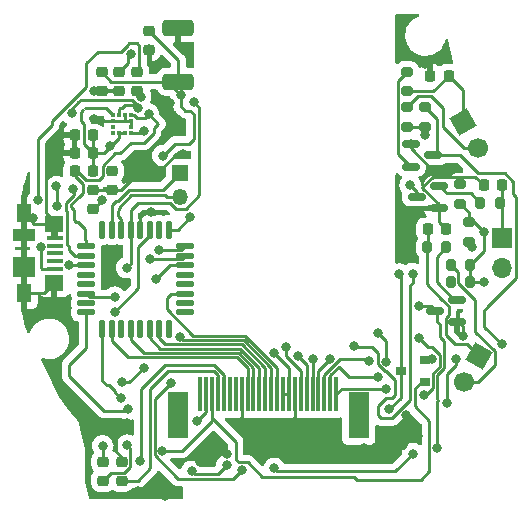
<source format=gbr>
%TF.GenerationSoftware,KiCad,Pcbnew,6.0.7-1.fc35*%
%TF.CreationDate,2022-11-04T19:38:46+01:00*%
%TF.ProjectId,sense_slim,73656e73-655f-4736-9c69-6d2e6b696361,rev?*%
%TF.SameCoordinates,Original*%
%TF.FileFunction,Copper,L2,Bot*%
%TF.FilePolarity,Positive*%
%FSLAX46Y46*%
G04 Gerber Fmt 4.6, Leading zero omitted, Abs format (unit mm)*
G04 Created by KiCad (PCBNEW 6.0.7-1.fc35) date 2022-11-04 19:38:46*
%MOMM*%
%LPD*%
G01*
G04 APERTURE LIST*
G04 Aperture macros list*
%AMRoundRect*
0 Rectangle with rounded corners*
0 $1 Rounding radius*
0 $2 $3 $4 $5 $6 $7 $8 $9 X,Y pos of 4 corners*
0 Add a 4 corners polygon primitive as box body*
4,1,4,$2,$3,$4,$5,$6,$7,$8,$9,$2,$3,0*
0 Add four circle primitives for the rounded corners*
1,1,$1+$1,$2,$3*
1,1,$1+$1,$4,$5*
1,1,$1+$1,$6,$7*
1,1,$1+$1,$8,$9*
0 Add four rect primitives between the rounded corners*
20,1,$1+$1,$2,$3,$4,$5,0*
20,1,$1+$1,$4,$5,$6,$7,0*
20,1,$1+$1,$6,$7,$8,$9,0*
20,1,$1+$1,$8,$9,$2,$3,0*%
%AMHorizOval*
0 Thick line with rounded ends*
0 $1 width*
0 $2 $3 position (X,Y) of the first rounded end (center of the circle)*
0 $4 $5 position (X,Y) of the second rounded end (center of the circle)*
0 Add line between two ends*
20,1,$1,$2,$3,$4,$5,0*
0 Add two circle primitives to create the rounded ends*
1,1,$1,$2,$3*
1,1,$1,$4,$5*%
%AMRotRect*
0 Rectangle, with rotation*
0 The origin of the aperture is its center*
0 $1 length*
0 $2 width*
0 $3 Rotation angle, in degrees counterclockwise*
0 Add horizontal line*
21,1,$1,$2,0,0,$3*%
G04 Aperture macros list end*
%TA.AperFunction,SMDPad,CuDef*%
%ADD10RoundRect,0.218750X0.256250X-0.218750X0.256250X0.218750X-0.256250X0.218750X-0.256250X-0.218750X0*%
%TD*%
%TA.AperFunction,SMDPad,CuDef*%
%ADD11RoundRect,0.225000X0.225000X0.250000X-0.225000X0.250000X-0.225000X-0.250000X0.225000X-0.250000X0*%
%TD*%
%TA.AperFunction,SMDPad,CuDef*%
%ADD12RoundRect,0.218750X-0.256250X0.218750X-0.256250X-0.218750X0.256250X-0.218750X0.256250X0.218750X0*%
%TD*%
%TA.AperFunction,SMDPad,CuDef*%
%ADD13RoundRect,0.200000X0.275000X-0.200000X0.275000X0.200000X-0.275000X0.200000X-0.275000X-0.200000X0*%
%TD*%
%TA.AperFunction,ComponentPad*%
%ADD14R,1.700000X1.700000*%
%TD*%
%TA.AperFunction,ComponentPad*%
%ADD15O,1.700000X1.700000*%
%TD*%
%TA.AperFunction,SMDPad,CuDef*%
%ADD16RoundRect,0.200000X0.200000X0.275000X-0.200000X0.275000X-0.200000X-0.275000X0.200000X-0.275000X0*%
%TD*%
%TA.AperFunction,SMDPad,CuDef*%
%ADD17RoundRect,0.200000X-0.275000X0.200000X-0.275000X-0.200000X0.275000X-0.200000X0.275000X0.200000X0*%
%TD*%
%TA.AperFunction,SMDPad,CuDef*%
%ADD18RoundRect,0.150000X0.587500X0.150000X-0.587500X0.150000X-0.587500X-0.150000X0.587500X-0.150000X0*%
%TD*%
%TA.AperFunction,SMDPad,CuDef*%
%ADD19RoundRect,0.218750X0.218750X0.256250X-0.218750X0.256250X-0.218750X-0.256250X0.218750X-0.256250X0*%
%TD*%
%TA.AperFunction,SMDPad,CuDef*%
%ADD20RoundRect,0.125000X-0.125000X0.625000X-0.125000X-0.625000X0.125000X-0.625000X0.125000X0.625000X0*%
%TD*%
%TA.AperFunction,SMDPad,CuDef*%
%ADD21RoundRect,0.125000X-0.625000X0.125000X-0.625000X-0.125000X0.625000X-0.125000X0.625000X0.125000X0*%
%TD*%
%TA.AperFunction,SMDPad,CuDef*%
%ADD22R,1.800000X4.000000*%
%TD*%
%TA.AperFunction,SMDPad,CuDef*%
%ADD23R,0.300000X3.000000*%
%TD*%
%TA.AperFunction,SMDPad,CuDef*%
%ADD24RoundRect,0.200000X-0.200000X-0.275000X0.200000X-0.275000X0.200000X0.275000X-0.200000X0.275000X0*%
%TD*%
%TA.AperFunction,ComponentPad*%
%ADD25RotRect,1.700000X1.700000X150.000000*%
%TD*%
%TA.AperFunction,ComponentPad*%
%ADD26HorizOval,1.700000X0.000000X0.000000X0.000000X0.000000X0*%
%TD*%
%TA.AperFunction,SMDPad,CuDef*%
%ADD27RoundRect,0.225000X-0.225000X-0.250000X0.225000X-0.250000X0.225000X0.250000X-0.225000X0.250000X0*%
%TD*%
%TA.AperFunction,SMDPad,CuDef*%
%ADD28R,0.375000X0.350000*%
%TD*%
%TA.AperFunction,SMDPad,CuDef*%
%ADD29R,0.350000X0.375000*%
%TD*%
%TA.AperFunction,SMDPad,CuDef*%
%ADD30R,1.380000X0.450000*%
%TD*%
%TA.AperFunction,SMDPad,CuDef*%
%ADD31R,1.300000X1.650000*%
%TD*%
%TA.AperFunction,SMDPad,CuDef*%
%ADD32R,1.550000X1.425000*%
%TD*%
%TA.AperFunction,SMDPad,CuDef*%
%ADD33R,1.900000X1.800000*%
%TD*%
%TA.AperFunction,SMDPad,CuDef*%
%ADD34R,1.900000X1.000000*%
%TD*%
%TA.AperFunction,SMDPad,CuDef*%
%ADD35R,0.900000X0.800000*%
%TD*%
%TA.AperFunction,SMDPad,CuDef*%
%ADD36RoundRect,0.249999X1.075001X-0.425001X1.075001X0.425001X-1.075001X0.425001X-1.075001X-0.425001X0*%
%TD*%
%TA.AperFunction,ComponentPad*%
%ADD37RotRect,1.700000X1.700000X210.000000*%
%TD*%
%TA.AperFunction,ComponentPad*%
%ADD38HorizOval,1.700000X0.000000X0.000000X0.000000X0.000000X0*%
%TD*%
%TA.AperFunction,SMDPad,CuDef*%
%ADD39RoundRect,0.150000X-0.587500X-0.150000X0.587500X-0.150000X0.587500X0.150000X-0.587500X0.150000X0*%
%TD*%
%TA.AperFunction,ComponentPad*%
%ADD40R,1.350000X1.350000*%
%TD*%
%TA.AperFunction,ComponentPad*%
%ADD41O,1.350000X1.350000*%
%TD*%
%TA.AperFunction,ViaPad*%
%ADD42C,0.800000*%
%TD*%
%TA.AperFunction,Conductor*%
%ADD43C,0.250000*%
%TD*%
G04 APERTURE END LIST*
D10*
%TO.P,C7,1*%
%TO.N,Net-(C7-Pad1)*%
X134390000Y-115737500D03*
%TO.P,C7,2*%
%TO.N,GND*%
X134390000Y-114162500D03*
%TD*%
%TO.P,R1,1*%
%TO.N,/SWDRST*%
X132820002Y-115725955D03*
%TO.P,R1,2*%
%TO.N,+3V3*%
X132820002Y-114150955D03*
%TD*%
D11*
%TO.P,C26,1*%
%TO.N,+3V3*%
X131975000Y-88000000D03*
%TO.P,C26,2*%
%TO.N,GND*%
X130425000Y-88000000D03*
%TD*%
%TO.P,C23,1*%
%TO.N,Net-(C23-Pad1)*%
X166595002Y-90688455D03*
%TO.P,C23,2*%
%TO.N,GND*%
X165045002Y-90688455D03*
%TD*%
D12*
%TO.P,C17,1*%
%TO.N,/VIN*%
X132707112Y-81150955D03*
%TO.P,C17,2*%
%TO.N,GND*%
X132707112Y-82725955D03*
%TD*%
D13*
%TO.P,R13,1*%
%TO.N,+3V3*%
X158570002Y-85763455D03*
%TO.P,R13,2*%
%TO.N,Net-(J5-Pad2)*%
X158570002Y-84113455D03*
%TD*%
D14*
%TO.P,J6,1,Pin_1*%
%TO.N,Net-(C23-Pad1)*%
X166620002Y-95188455D03*
D15*
%TO.P,J6,2,Pin_2*%
%TO.N,Net-(J6-Pad2)*%
X166620002Y-97728455D03*
%TD*%
D12*
%TO.P,C18,1*%
%TO.N,+3V3*%
X134207112Y-81150955D03*
%TO.P,C18,2*%
%TO.N,GND*%
X134207112Y-82725955D03*
%TD*%
D16*
%TO.P,R18,1*%
%TO.N,+3V3*%
X163895002Y-97438455D03*
%TO.P,R18,2*%
%TO.N,Net-(J7-Pad2)*%
X162245002Y-97438455D03*
%TD*%
D17*
%TO.P,R20,1*%
%TO.N,/SET*%
X163070002Y-90613455D03*
%TO.P,R20,2*%
%TO.N,+3V3*%
X163070002Y-92263455D03*
%TD*%
D11*
%TO.P,C22,1*%
%TO.N,Net-(C22-Pad1)*%
X162095002Y-81438455D03*
%TO.P,C22,2*%
%TO.N,GND*%
X160545002Y-81438455D03*
%TD*%
D17*
%TO.P,R19,1*%
%TO.N,/START*%
X160070002Y-84113455D03*
%TO.P,R19,2*%
%TO.N,+3V3*%
X160070002Y-85763455D03*
%TD*%
D18*
%TO.P,Q4,1,B*%
%TO.N,Net-(Q4-Pad1)*%
X162787500Y-100400000D03*
%TO.P,Q4,2,E*%
%TO.N,GND*%
X162787500Y-102300000D03*
%TO.P,Q4,3,C*%
%TO.N,/RESET*%
X160912500Y-101350000D03*
%TD*%
D19*
%TO.P,R2,1*%
%TO.N,+3V3*%
X131987500Y-89500000D03*
%TO.P,R2,2*%
%TO.N,/SCL*%
X130412500Y-89500000D03*
%TD*%
D20*
%TO.P,U2,1,PB9*%
%TO.N,unconnected-(U2-Pad1)*%
X132770002Y-94513455D03*
%TO.P,U2,2,OSC32_IN/PC14*%
%TO.N,Net-(C3-Pad1)*%
X133570002Y-94513455D03*
%TO.P,U2,3,OSC32_OUT/PC15*%
%TO.N,Net-(C4-Pad1)*%
X134370002Y-94513455D03*
%TO.P,U2,4,VDD/VDDA*%
%TO.N,+3V3*%
X135170002Y-94513455D03*
%TO.P,U2,5,VSS/VSSA*%
%TO.N,GND*%
X135970002Y-94513455D03*
%TO.P,U2,6,~{RST}/PF2*%
%TO.N,/SWDRST*%
X136770002Y-94513455D03*
%TO.P,U2,7,PA0*%
%TO.N,/VOLTIMETER*%
X137570002Y-94513455D03*
%TO.P,U2,8,PA1*%
%TO.N,/BATT*%
X138370002Y-94513455D03*
D21*
%TO.P,U2,9,PA2*%
%TO.N,/START*%
X139745002Y-95888455D03*
%TO.P,U2,10,PA3*%
%TO.N,/SET*%
X139745002Y-96688455D03*
%TO.P,U2,11,PA4*%
%TO.N,/RESET*%
X139745002Y-97488455D03*
%TO.P,U2,12,PA5*%
%TO.N,/OHMOMETER*%
X139745002Y-98288455D03*
%TO.P,U2,13,PA6*%
%TO.N,unconnected-(U2-Pad13)*%
X139745002Y-99088455D03*
%TO.P,U2,14,PA7*%
%TO.N,/MOSI*%
X139745002Y-99888455D03*
%TO.P,U2,15,PB0*%
%TO.N,unconnected-(U2-Pad15)*%
X139745002Y-100688455D03*
%TO.P,U2,16,PB1*%
%TO.N,unconnected-(U2-Pad16)*%
X139745002Y-101488455D03*
D20*
%TO.P,U2,17,PB2*%
%TO.N,unconnected-(U2-Pad17)*%
X138370002Y-102863455D03*
%TO.P,U2,18,PA8*%
%TO.N,/CS*%
X137570002Y-102863455D03*
%TO.P,U2,19,PA9*%
%TO.N,/DC*%
X136770002Y-102863455D03*
%TO.P,U2,20,PC6*%
%TO.N,unconnected-(U2-Pad20)*%
X135970002Y-102863455D03*
%TO.P,U2,21,PA10*%
%TO.N,/RST*%
X135170002Y-102863455D03*
%TO.P,U2,22,PA11_[PA9]*%
%TO.N,unconnected-(U2-Pad22)*%
X134370002Y-102863455D03*
%TO.P,U2,23,PA12_[PA10]*%
%TO.N,/BUSY*%
X133570002Y-102863455D03*
%TO.P,U2,24,PA13*%
%TO.N,/SWDIO*%
X132770002Y-102863455D03*
D21*
%TO.P,U2,25,PA14/BOOT0*%
%TO.N,/SWDCLK*%
X131395002Y-101488455D03*
%TO.P,U2,26,PA15*%
%TO.N,unconnected-(U2-Pad26)*%
X131395002Y-100688455D03*
%TO.P,U2,27,PB3*%
%TO.N,/SCK*%
X131395002Y-99888455D03*
%TO.P,U2,28,PB4*%
%TO.N,unconnected-(U2-Pad28)*%
X131395002Y-99088455D03*
%TO.P,U2,29,PB5*%
%TO.N,unconnected-(U2-Pad29)*%
X131395002Y-98288455D03*
%TO.P,U2,30,PB6*%
%TO.N,Net-(D4-Pad2)*%
X131395002Y-97488455D03*
%TO.P,U2,31,PB7*%
%TO.N,/SDA*%
X131395002Y-96688455D03*
%TO.P,U2,32,PB8*%
%TO.N,/SCL*%
X131395002Y-95888455D03*
%TD*%
D10*
%TO.P,R7,1*%
%TO.N,/BATT*%
X131957112Y-92725955D03*
%TO.P,R7,2*%
%TO.N,GND*%
X131957112Y-91150955D03*
%TD*%
D22*
%TO.P,J1,*%
%TO.N,*%
X139160002Y-110198455D03*
X154460002Y-110198455D03*
D23*
%TO.P,J1,1,Pin_1*%
%TO.N,Net-(C16-Pad1)*%
X152560002Y-108398455D03*
%TO.P,J1,2,Pin_2*%
%TO.N,/PREVGL*%
X152060002Y-108398455D03*
%TO.P,J1,3,Pin_3*%
%TO.N,Net-(C14-Pad1)*%
X151560002Y-108398455D03*
%TO.P,J1,4,Pin_4*%
%TO.N,/PREVGH*%
X151060002Y-108398455D03*
%TO.P,J1,5,Pin_5*%
%TO.N,Net-(C12-Pad1)*%
X150560002Y-108398455D03*
%TO.P,J1,6,Pin_6*%
%TO.N,Net-(C11-Pad1)*%
X150060002Y-108398455D03*
%TO.P,J1,7,Pin_7*%
%TO.N,Net-(C10-Pad1)*%
X149560002Y-108398455D03*
%TO.P,J1,8,Pin_8*%
%TO.N,GND*%
X149060002Y-108398455D03*
%TO.P,J1,9,Pin_9*%
%TO.N,+3V3*%
X148560002Y-108398455D03*
%TO.P,J1,10,Pin_10*%
X148060002Y-108398455D03*
%TO.P,J1,11,Pin_11*%
%TO.N,/MOSI*%
X147560002Y-108398455D03*
%TO.P,J1,12,Pin_12*%
%TO.N,/SCK*%
X147060002Y-108398455D03*
%TO.P,J1,13,Pin_13*%
%TO.N,/CS*%
X146560002Y-108398455D03*
%TO.P,J1,14,Pin_14*%
%TO.N,/DC*%
X146060002Y-108398455D03*
%TO.P,J1,15,Pin_15*%
%TO.N,/RST*%
X145560002Y-108398455D03*
%TO.P,J1,16,Pin_16*%
%TO.N,/BUSY*%
X145060002Y-108398455D03*
%TO.P,J1,17,Pin_17*%
%TO.N,GND*%
X144560002Y-108398455D03*
%TO.P,J1,18,Pin_18*%
%TO.N,unconnected-(J1-Pad18)*%
X144060002Y-108398455D03*
%TO.P,J1,19,Pin_19*%
%TO.N,unconnected-(J1-Pad19)*%
X143560002Y-108398455D03*
%TO.P,J1,20,Pin_20*%
%TO.N,Net-(C8-Pad1)*%
X143060002Y-108398455D03*
%TO.P,J1,21,Pin_21*%
%TO.N,Net-(C7-Pad1)*%
X142560002Y-108398455D03*
%TO.P,J1,22,Pin_22*%
%TO.N,/RESE*%
X142060002Y-108398455D03*
%TO.P,J1,23,Pin_23*%
%TO.N,/GDR*%
X141560002Y-108398455D03*
%TO.P,J1,24,Pin_24*%
%TO.N,unconnected-(J1-Pad24)*%
X141060002Y-108398455D03*
%TD*%
D18*
%TO.P,Q3,1,B*%
%TO.N,Net-(Q3-Pad1)*%
X161257502Y-90738455D03*
%TO.P,Q3,2,E*%
%TO.N,GND*%
X161257502Y-92638455D03*
%TO.P,Q3,3,C*%
%TO.N,/SET*%
X159382502Y-91688455D03*
%TD*%
D12*
%TO.P,R9,1*%
%TO.N,Net-(D5-Pad1)*%
X135707112Y-81150955D03*
%TO.P,R9,2*%
%TO.N,Net-(R9-Pad2)*%
X135707112Y-82725955D03*
%TD*%
D24*
%TO.P,R21,1*%
%TO.N,/RESET*%
X162245002Y-98900000D03*
%TO.P,R21,2*%
%TO.N,+3V3*%
X163895002Y-98900000D03*
%TD*%
D25*
%TO.P,J7,1,Pin_1*%
%TO.N,Net-(C24-Pad1)*%
X164620002Y-105188455D03*
D26*
%TO.P,J7,2,Pin_2*%
%TO.N,Net-(J7-Pad2)*%
X163350002Y-107388160D03*
%TD*%
D27*
%TO.P,C24,1*%
%TO.N,Net-(C24-Pad1)*%
X160295002Y-94438455D03*
%TO.P,C24,2*%
%TO.N,GND*%
X161845002Y-94438455D03*
%TD*%
D28*
%TO.P,U5,1,SCL/SPC*%
%TO.N,/SCL*%
X135162500Y-84750000D03*
%TO.P,U5,2,Res*%
%TO.N,GND*%
X135162500Y-85250000D03*
%TO.P,U5,3,GND*%
X135162500Y-85750000D03*
%TO.P,U5,4,C1*%
%TO.N,Net-(C25-Pad1)*%
X135162500Y-86250000D03*
D29*
%TO.P,U5,5,Vdd*%
%TO.N,+3V3*%
X134650000Y-86262500D03*
%TO.P,U5,6,Vdd_IO*%
X134150000Y-86262500D03*
D28*
%TO.P,U5,7,INT*%
%TO.N,unconnected-(U5-Pad7)*%
X133637500Y-86250000D03*
%TO.P,U5,8,DRDY*%
%TO.N,unconnected-(U5-Pad8)*%
X133637500Y-85750000D03*
%TO.P,U5,9,SDO0/SA1*%
%TO.N,GND*%
X133637500Y-85250000D03*
%TO.P,U5,10,CS*%
%TO.N,+3V3*%
X133637500Y-84750000D03*
D29*
%TO.P,U5,11,SDA/SDI/SDO*%
%TO.N,/SDA*%
X134150000Y-84737500D03*
%TO.P,U5,12,Res*%
%TO.N,GND*%
X134650000Y-84737500D03*
%TD*%
D30*
%TO.P,J2,1,VBUS*%
%TO.N,Net-(C19-Pad1)*%
X128780002Y-97768455D03*
%TO.P,J2,2,D-*%
%TO.N,unconnected-(J2-Pad2)*%
X128780002Y-97118455D03*
%TO.P,J2,3,D+*%
%TO.N,unconnected-(J2-Pad3)*%
X128780002Y-96468455D03*
%TO.P,J2,4,ID*%
%TO.N,unconnected-(J2-Pad4)*%
X128780002Y-95818455D03*
%TO.P,J2,5,GND*%
%TO.N,GND*%
X128780002Y-95168455D03*
D31*
%TO.P,J2,6,Shield*%
X126120002Y-99843455D03*
D32*
X128695002Y-93980955D03*
D31*
X126120002Y-93093455D03*
D33*
X126120002Y-97618455D03*
D32*
X128695002Y-98955955D03*
D34*
X126120002Y-94918455D03*
%TD*%
D35*
%TO.P,Q1,1,G*%
%TO.N,/GDR*%
X160070002Y-105488455D03*
%TO.P,Q1,2,S*%
%TO.N,/RESE*%
X160070002Y-107388455D03*
%TO.P,Q1,3,D*%
%TO.N,Net-(C6-Pad2)*%
X158070002Y-106438455D03*
%TD*%
D36*
%TO.P,BT1,1,+*%
%TO.N,/VIN*%
X139207112Y-81938455D03*
%TO.P,BT1,2,-*%
%TO.N,GND*%
X139207112Y-77438455D03*
%TD*%
D12*
%TO.P,C20,1*%
%TO.N,/VIN*%
X136707112Y-77650955D03*
%TO.P,C20,2*%
%TO.N,GND*%
X136707112Y-79225955D03*
%TD*%
D37*
%TO.P,J5,1,Pin_1*%
%TO.N,Net-(C22-Pad1)*%
X163320002Y-85388455D03*
D38*
%TO.P,J5,2,Pin_2*%
%TO.N,Net-(J5-Pad2)*%
X164590002Y-87588160D03*
%TD*%
D17*
%TO.P,R8,1*%
%TO.N,Net-(Q2-Pad1)*%
X158570002Y-81113455D03*
%TO.P,R8,2*%
%TO.N,Net-(C22-Pad1)*%
X158570002Y-82763455D03*
%TD*%
D12*
%TO.P,C21,1*%
%TO.N,/BATT*%
X133600000Y-89512500D03*
%TO.P,C21,2*%
%TO.N,GND*%
X133600000Y-91087500D03*
%TD*%
D16*
%TO.P,R12,1*%
%TO.N,Net-(Q4-Pad1)*%
X161895002Y-95938455D03*
%TO.P,R12,2*%
%TO.N,Net-(C24-Pad1)*%
X160245002Y-95938455D03*
%TD*%
D39*
%TO.P,Q2,1,B*%
%TO.N,Net-(Q2-Pad1)*%
X158882502Y-89138455D03*
%TO.P,Q2,2,E*%
%TO.N,GND*%
X158882502Y-87238455D03*
%TO.P,Q2,3,C*%
%TO.N,/START*%
X160757502Y-88188455D03*
%TD*%
D19*
%TO.P,C1,1*%
%TO.N,+3V3*%
X131987500Y-86500000D03*
%TO.P,C1,2*%
%TO.N,GND*%
X130412500Y-86500000D03*
%TD*%
D17*
%TO.P,R14,1*%
%TO.N,+3V3*%
X163820002Y-93863455D03*
%TO.P,R14,2*%
%TO.N,Net-(J6-Pad2)*%
X163820002Y-95513455D03*
%TD*%
D40*
%TO.P,Y1,1,1*%
%TO.N,Net-(C3-Pad1)*%
X139320002Y-89688455D03*
D41*
%TO.P,Y1,2,2*%
%TO.N,Net-(C4-Pad1)*%
X139320002Y-91688455D03*
%TD*%
D24*
%TO.P,R10,1*%
%TO.N,Net-(Q3-Pad1)*%
X164745002Y-92188455D03*
%TO.P,R10,2*%
%TO.N,Net-(C23-Pad1)*%
X166395002Y-92188455D03*
%TD*%
D42*
%TO.N,Net-(R9-Pad2)*%
X136010000Y-83210000D03*
%TO.N,GND*%
X134830000Y-110860000D03*
X138040000Y-117030000D03*
X135820000Y-116640000D03*
%TO.N,/SWDRST*%
X136260000Y-106160000D03*
X134410000Y-107400000D03*
%TO.N,/SWDCLK*%
X134934500Y-109683411D03*
%TO.N,/SWDIO*%
X134310000Y-108760000D03*
%TO.N,+3V3*%
X132790000Y-112780000D03*
%TO.N,/SWDRST*%
X134850000Y-112710000D03*
%TO.N,Net-(C8-Pad1)*%
X135990000Y-114070000D03*
%TO.N,/VIN*%
X139400000Y-83100000D03*
X137900000Y-88200000D03*
%TO.N,GND*%
X126900000Y-93500000D03*
X154957112Y-112938455D03*
X133200000Y-98000000D03*
X131457112Y-111188455D03*
X150570002Y-113188455D03*
X135532502Y-89900000D03*
X146070002Y-113188455D03*
X132100000Y-82700000D03*
X158457112Y-110188455D03*
X128695002Y-98955955D03*
X143320002Y-113438455D03*
X132100000Y-85100000D03*
X138457112Y-83742888D03*
X130400000Y-86500000D03*
X131457112Y-109938455D03*
X136900000Y-93000000D03*
X139600000Y-88100000D03*
X128919502Y-93980955D03*
X136700000Y-79200000D03*
X141070002Y-114188455D03*
X128850000Y-87600000D03*
X163320002Y-103438455D03*
X131957112Y-91150955D03*
X139207112Y-77438455D03*
X158882502Y-87238455D03*
X161845002Y-94438455D03*
X159457112Y-111938455D03*
X134700000Y-99200000D03*
X160070002Y-80438455D03*
%TO.N,+3V3*%
X161957112Y-109188455D03*
X162707112Y-105438455D03*
X165070002Y-98938455D03*
X134820002Y-97688455D03*
X165070002Y-94688455D03*
X132000000Y-89500000D03*
X131987500Y-88000000D03*
X135182612Y-79600000D03*
X133429792Y-87423443D03*
X140500000Y-83700000D03*
X160070002Y-86438455D03*
X147320002Y-104938455D03*
%TO.N,/BATT*%
X133600000Y-89512500D03*
X140207112Y-93438455D03*
X132771184Y-91987016D03*
%TO.N,Net-(C10-Pad1)*%
X148320002Y-104438455D03*
%TO.N,Net-(C11-Pad1)*%
X149320002Y-105188455D03*
%TO.N,Net-(C16-Pad1)*%
X156820002Y-107938455D03*
%TO.N,Net-(C19-Pad1)*%
X127570002Y-95938455D03*
%TO.N,/PREVGH*%
X152053413Y-105421866D03*
%TO.N,/PREVGL*%
X156070002Y-106938455D03*
%TO.N,/SWDRST*%
X133820002Y-101438455D03*
%TO.N,/START*%
X156820002Y-105688455D03*
X166570002Y-104188455D03*
X159957112Y-108438455D03*
X159570002Y-103688455D03*
X137570002Y-96188455D03*
X156070002Y-103188455D03*
%TO.N,/SET*%
X159045502Y-98188455D03*
X158820002Y-90688455D03*
X136820002Y-96938455D03*
X154070002Y-104313955D03*
X163070002Y-90613455D03*
%TO.N,/RESET*%
X159070002Y-113438455D03*
X138570002Y-107438455D03*
X162245002Y-98938455D03*
X137320002Y-98688455D03*
X161070002Y-112938455D03*
X159570002Y-100938455D03*
X147320002Y-114688455D03*
X144570002Y-114813955D03*
%TO.N,/GDR*%
X160707112Y-105438455D03*
X143320002Y-114438455D03*
X140820002Y-110688455D03*
X140320002Y-114938455D03*
%TO.N,/RESE*%
X137820002Y-113188455D03*
%TO.N,/SCL*%
X136680000Y-84680000D03*
%TO.N,/SDA*%
X130161897Y-84637397D03*
X135790000Y-84210000D03*
X130300000Y-91000000D03*
%TO.N,/SCK*%
X133820002Y-100188455D03*
X139320002Y-103537955D03*
%TO.N,Net-(C6-Pad2)*%
X157070002Y-109688455D03*
X157920002Y-98248455D03*
%TO.N,Net-(C12-Pad1)*%
X150570002Y-105438455D03*
%TO.N,Net-(C14-Pad1)*%
X155320002Y-105562955D03*
%TO.N,Net-(C25-Pad1)*%
X136259679Y-86087955D03*
%TO.N,Net-(D4-Pad1)*%
X128800000Y-90800000D03*
X128950000Y-92500000D03*
%TO.N,Net-(D4-Pad2)*%
X129960267Y-97439070D03*
%TO.N,Net-(D5-Pad1)*%
X127304810Y-91997564D03*
%TO.N,Net-(J6-Pad2)*%
X164070002Y-95938455D03*
%TD*%
D43*
%TO.N,Net-(R9-Pad2)*%
X136010000Y-83210000D02*
X136010000Y-83028843D01*
X136010000Y-83028843D02*
X135707112Y-82725955D01*
%TO.N,/SCL*%
X135470000Y-84750000D02*
X135720000Y-85000000D01*
X135720000Y-85000000D02*
X136360000Y-85000000D01*
X136360000Y-85000000D02*
X136680000Y-84680000D01*
X135162500Y-84750000D02*
X135470000Y-84750000D01*
%TO.N,GND*%
X133960000Y-113270000D02*
X133960000Y-111350000D01*
X134390000Y-113700000D02*
X133960000Y-113270000D01*
X133960000Y-111350000D02*
X134450000Y-110860000D01*
X134450000Y-110860000D02*
X134830000Y-110860000D01*
%TO.N,/SWDRST*%
X135020000Y-107400000D02*
X136260000Y-106160000D01*
X134410000Y-107400000D02*
X135020000Y-107400000D01*
%TO.N,/SWDCLK*%
X131395002Y-101488455D02*
X131395002Y-104500565D01*
X131395002Y-104500565D02*
X129957112Y-105938455D01*
X129957112Y-106835565D02*
X132920001Y-109798455D01*
X129957112Y-105938455D02*
X129957112Y-106835565D01*
X134819456Y-109798455D02*
X134934500Y-109683411D01*
X132920001Y-109798455D02*
X134819456Y-109798455D01*
%TO.N,Net-(C7-Pad1)*%
X134390000Y-115737500D02*
X135770957Y-115737500D01*
X142560002Y-106798455D02*
X142560002Y-108398455D01*
X135770957Y-115737500D02*
X136820002Y-114688455D01*
X136820002Y-107938455D02*
X138320002Y-106438455D01*
X136820002Y-114688455D02*
X136820002Y-107938455D01*
X138320002Y-106438455D02*
X142200002Y-106438455D01*
X142200002Y-106438455D02*
X142560002Y-106798455D01*
%TO.N,GND*%
X134390000Y-114162500D02*
X134390000Y-113700000D01*
%TO.N,/SWDIO*%
X133820002Y-108270002D02*
X134310000Y-108760000D01*
X133820002Y-108158455D02*
X133820002Y-108270002D01*
%TO.N,+3V3*%
X132820002Y-112810002D02*
X132790000Y-112780000D01*
X132820002Y-114150955D02*
X132820002Y-112810002D01*
%TO.N,/SWDRST*%
X135090000Y-112950000D02*
X134850000Y-112710000D01*
X135090000Y-114603884D02*
X135090000Y-112950000D01*
X134618884Y-115075000D02*
X135090000Y-114603884D01*
X133470957Y-115075000D02*
X134618884Y-115075000D01*
X132820002Y-115725955D02*
X133470957Y-115075000D01*
%TO.N,Net-(C8-Pad1)*%
X135990000Y-114070000D02*
X136070002Y-113989998D01*
X136070002Y-107938455D02*
X138070002Y-105938455D01*
X138070002Y-105938455D02*
X142200002Y-105938455D01*
X136070002Y-113989998D02*
X136070002Y-107938455D01*
X142200002Y-105938455D02*
X143060002Y-106798455D01*
X143060002Y-106798455D02*
X143060002Y-108398455D01*
%TO.N,/VIN*%
X132707112Y-81150955D02*
X133519612Y-81963455D01*
X139800000Y-84400000D02*
X139400000Y-84000000D01*
X139207112Y-80150955D02*
X139207112Y-81938455D01*
X138900000Y-87200000D02*
X140100000Y-87200000D01*
X136707112Y-77650955D02*
X139207112Y-80150955D01*
X140195002Y-84400000D02*
X139800000Y-84400000D01*
X140495002Y-84700000D02*
X140195002Y-84400000D01*
X137900000Y-88200000D02*
X138900000Y-87200000D01*
X133519612Y-81963455D02*
X138263455Y-81963455D01*
X139400000Y-83100000D02*
X139400000Y-82131343D01*
X138263455Y-81963455D02*
X139400000Y-83100000D01*
X140100000Y-87200000D02*
X140495002Y-86804998D01*
X140495002Y-86804998D02*
X140495002Y-84700000D01*
X139400000Y-84000000D02*
X139400000Y-83100000D01*
X139400000Y-82131343D02*
X139207112Y-81938455D01*
%TO.N,GND*%
X128029810Y-91329810D02*
X128029810Y-90220190D01*
X165045002Y-90688455D02*
X164345002Y-89988455D01*
X134400000Y-99200000D02*
X133200000Y-98000000D01*
X158207112Y-112938455D02*
X158457112Y-112688455D01*
X128029810Y-93091263D02*
X128029810Y-91329810D01*
X136400000Y-93000000D02*
X136900000Y-93000000D01*
X126120002Y-93093455D02*
X126120002Y-94918455D01*
X141820002Y-113438455D02*
X141070002Y-114188455D01*
X139025305Y-88100000D02*
X137225305Y-89900000D01*
X130425000Y-86512500D02*
X130412500Y-86500000D01*
X128350000Y-89900000D02*
X128850000Y-89400000D01*
X134650000Y-84737500D02*
X134650000Y-85250000D01*
X135970002Y-93429998D02*
X136400000Y-93000000D01*
X130425000Y-88000000D02*
X130425000Y-86512500D01*
X161257502Y-92295625D02*
X161257502Y-92638455D01*
X161289672Y-89988455D02*
X158882502Y-87581285D01*
X160545002Y-80913455D02*
X160070002Y-80438455D01*
X134207112Y-82725955D02*
X132707112Y-82725955D01*
X128919502Y-93980955D02*
X128029810Y-93091263D01*
X131957112Y-91150955D02*
X133536545Y-91150955D01*
X144560002Y-108398455D02*
X144560002Y-111678455D01*
X128029810Y-90220190D02*
X128350000Y-89900000D01*
X128695002Y-93980955D02*
X128695002Y-93700565D01*
X128850000Y-89400000D02*
X128850000Y-87600000D01*
X135970002Y-94513455D02*
X135970002Y-93429998D01*
X127007502Y-93980955D02*
X126120002Y-93093455D01*
X126120002Y-99843455D02*
X126120002Y-97618455D01*
X126120002Y-99843455D02*
X127807502Y-99843455D01*
X139600000Y-88100000D02*
X139025305Y-88100000D01*
X161257502Y-92638455D02*
X161257502Y-93850955D01*
X158457112Y-112688455D02*
X158457112Y-110188455D01*
X136707112Y-79225955D02*
X136707112Y-79207112D01*
X126120002Y-93093455D02*
X126493455Y-93093455D01*
X150570002Y-113188455D02*
X146070002Y-113188455D01*
X159870002Y-90908125D02*
X161257502Y-92295625D01*
X154957112Y-112938455D02*
X158207112Y-112938455D01*
X163320002Y-102700955D02*
X163007502Y-102388455D01*
X135162500Y-85250000D02*
X135162500Y-85750000D01*
X161257502Y-93850955D02*
X161845002Y-94438455D01*
X137225305Y-89900000D02*
X135532502Y-89900000D01*
X136707112Y-79207112D02*
X136700000Y-79200000D01*
X132250000Y-85250000D02*
X133637500Y-85250000D01*
X133637500Y-85250000D02*
X134650000Y-85250000D01*
X164345002Y-89988455D02*
X161289672Y-89988455D01*
X143320002Y-113438455D02*
X141820002Y-113438455D01*
X132100000Y-82700000D02*
X132681157Y-82700000D01*
X134345002Y-91087500D02*
X135532502Y-89900000D01*
X149060002Y-111678455D02*
X150570002Y-113188455D01*
X126120002Y-94918455D02*
X126120002Y-97618455D01*
X132681157Y-82700000D02*
X132707112Y-82725955D01*
X133600000Y-91087500D02*
X134345002Y-91087500D01*
X128780002Y-95168455D02*
X128780002Y-94065955D01*
X126493455Y-93093455D02*
X126900000Y-93500000D01*
X128695002Y-93980955D02*
X127007502Y-93980955D01*
X163320002Y-103688455D02*
X163320002Y-102700955D01*
X160739672Y-89988455D02*
X159870002Y-90858125D01*
X161289672Y-89988455D02*
X160739672Y-89988455D01*
X158882502Y-87581285D02*
X158882502Y-87238455D01*
X128780002Y-94065955D02*
X128695002Y-93980955D01*
X160545002Y-81438455D02*
X160545002Y-80913455D01*
X127807502Y-99843455D02*
X128695002Y-98955955D01*
X134700000Y-99200000D02*
X134400000Y-99200000D01*
X134650000Y-85250000D02*
X135162500Y-85250000D01*
X149060002Y-108398455D02*
X149060002Y-111678455D01*
X159870002Y-90858125D02*
X159870002Y-90908125D01*
X132100000Y-85100000D02*
X132250000Y-85250000D01*
X144560002Y-111678455D02*
X146070002Y-113188455D01*
X133536545Y-91150955D02*
X133600000Y-91087500D01*
%TO.N,+3V3*%
X163895002Y-98938455D02*
X165070002Y-98938455D01*
X134969456Y-80388611D02*
X134207112Y-81150955D01*
X160070002Y-85763455D02*
X160070002Y-86438455D01*
X148560002Y-106178455D02*
X148560002Y-106198455D01*
X133100455Y-84212955D02*
X131300000Y-84212955D01*
X134969456Y-79813156D02*
X135182612Y-79600000D01*
X139811545Y-92688455D02*
X140945002Y-91554998D01*
X135814976Y-92188455D02*
X138525001Y-92188455D01*
X135170002Y-94513455D02*
X135170002Y-92833429D01*
X140945002Y-84145002D02*
X140500000Y-83700000D01*
X161957112Y-106688455D02*
X161957112Y-109188455D01*
X131975000Y-88000000D02*
X132900000Y-88000000D01*
X134969456Y-80148916D02*
X134969456Y-80388611D01*
X163820002Y-93863455D02*
X163820002Y-93013455D01*
X131000000Y-84500000D02*
X131155088Y-84344912D01*
X163820002Y-93013455D02*
X163070002Y-92263455D01*
X165070002Y-96263455D02*
X163895002Y-97438455D01*
X131987500Y-87987500D02*
X131975000Y-88000000D01*
X133637500Y-84750000D02*
X133100455Y-84212955D01*
X148060002Y-108398455D02*
X148560002Y-108398455D01*
X134969456Y-80148916D02*
X134969456Y-79813156D01*
X133750000Y-87150000D02*
X134150000Y-86750000D01*
X134650000Y-86262500D02*
X134150000Y-86262500D01*
X163820002Y-93863455D02*
X164245002Y-93863455D01*
X131200000Y-87225000D02*
X131200000Y-85500000D01*
X135170002Y-92833429D02*
X135814976Y-92188455D01*
X164245002Y-93863455D02*
X165070002Y-94688455D01*
X131987500Y-88012500D02*
X131975000Y-88000000D01*
X163895002Y-97438455D02*
X163895002Y-98938455D01*
X162707112Y-105438455D02*
X162707112Y-105938455D01*
X139025001Y-92688455D02*
X139811545Y-92688455D01*
X162707112Y-105938455D02*
X161957112Y-106688455D01*
X131200000Y-85500000D02*
X131000000Y-85300000D01*
X131987500Y-86500000D02*
X131987500Y-87987500D01*
X134150000Y-86750000D02*
X134150000Y-86262500D01*
X131987500Y-89500000D02*
X131987500Y-88012500D01*
X138525001Y-92188455D02*
X139025001Y-92688455D01*
X135170002Y-97338455D02*
X135170002Y-94513455D01*
X147320002Y-104938455D02*
X148560002Y-106178455D01*
X132900000Y-88000000D02*
X133750000Y-87150000D01*
X134820002Y-97688455D02*
X135170002Y-97338455D01*
X165070002Y-94688455D02*
X165070002Y-96263455D01*
X160070002Y-85763455D02*
X158570002Y-85763455D01*
X148560002Y-108398455D02*
X148560002Y-106198455D01*
X131000000Y-85300000D02*
X131000000Y-84500000D01*
X140945002Y-91554998D02*
X140945002Y-84145002D01*
X131975000Y-88000000D02*
X131200000Y-87225000D01*
%TO.N,/BATT*%
X138370002Y-94513455D02*
X139132112Y-94513455D01*
X139132112Y-94513455D02*
X140207112Y-93438455D01*
X132032245Y-92725955D02*
X132771184Y-91987016D01*
%TO.N,Net-(C10-Pad1)*%
X149560002Y-108398455D02*
X149560002Y-106428455D01*
X149560002Y-106428455D02*
X148320002Y-105188455D01*
X148320002Y-105188455D02*
X148320002Y-104438455D01*
%TO.N,Net-(C11-Pad1)*%
X150060002Y-105928455D02*
X150060002Y-108398455D01*
X149320002Y-105188455D02*
X150060002Y-105928455D01*
%TO.N,Net-(C16-Pad1)*%
X153020002Y-107938455D02*
X156820002Y-107938455D01*
X152560002Y-108398455D02*
X153020002Y-107938455D01*
%TO.N,Net-(C19-Pad1)*%
X127650002Y-97768455D02*
X128780002Y-97768455D01*
X127570002Y-95938455D02*
X127570002Y-97688455D01*
X127570002Y-97688455D02*
X127650002Y-97768455D01*
%TO.N,Net-(C22-Pad1)*%
X163320002Y-82663455D02*
X163320002Y-85388455D01*
X162095002Y-81438455D02*
X160770002Y-82763455D01*
X160770002Y-82763455D02*
X158570002Y-82763455D01*
X162095002Y-81438455D02*
X163320002Y-82663455D01*
%TO.N,Net-(C23-Pad1)*%
X166395002Y-92188455D02*
X166620002Y-92413455D01*
X166620002Y-92413455D02*
X166620002Y-95188455D01*
X166595002Y-90688455D02*
X166595002Y-91988455D01*
X166595002Y-91988455D02*
X166395002Y-92188455D01*
%TO.N,Net-(C24-Pad1)*%
X163620002Y-104188455D02*
X162638506Y-104188455D01*
X160295002Y-94438455D02*
X160295002Y-95888455D01*
X162638506Y-104188455D02*
X161825000Y-103374949D01*
X161540773Y-100409227D02*
X160245002Y-99113456D01*
X162100000Y-100980330D02*
X161540773Y-100421103D01*
X161825000Y-101994670D02*
X162100000Y-101719670D01*
X160245002Y-99113456D02*
X160245002Y-95938455D01*
X164620002Y-105188455D02*
X163620002Y-104188455D01*
X161540773Y-100421103D02*
X161540773Y-100409227D01*
X162100000Y-101719670D02*
X162100000Y-100980330D01*
X161825000Y-103374949D02*
X161825000Y-101994670D01*
X160295002Y-95888455D02*
X160245002Y-95938455D01*
%TO.N,/PREVGH*%
X151060002Y-106415277D02*
X151060002Y-108398455D01*
X152053413Y-105421866D02*
X151060002Y-106415277D01*
%TO.N,/PREVGL*%
X153670002Y-106938455D02*
X152795002Y-106063455D01*
X152060002Y-106798455D02*
X152795002Y-106063455D01*
X156070002Y-106938455D02*
X153670002Y-106938455D01*
X152060002Y-108398455D02*
X152060002Y-106798455D01*
%TO.N,/SWDIO*%
X133300002Y-107638455D02*
X133820002Y-108158455D01*
X132770002Y-107288455D02*
X132770002Y-102863455D01*
X133120002Y-107638455D02*
X132770002Y-107288455D01*
X133120002Y-107638455D02*
X133300002Y-107638455D01*
%TO.N,/SWDRST*%
X136770002Y-94958430D02*
X135820002Y-95908430D01*
X135820002Y-95908430D02*
X135820002Y-99438455D01*
X135820002Y-99438455D02*
X133820002Y-101438455D01*
X136770002Y-94513455D02*
X136770002Y-94958430D01*
%TO.N,/START*%
X161332112Y-106063455D02*
X161332112Y-105063455D01*
X163070002Y-88188455D02*
X164320002Y-89438455D01*
X160320002Y-104438455D02*
X159570002Y-103688455D01*
X164320002Y-89438455D02*
X164570002Y-89688455D01*
X165070002Y-101326221D02*
X165070002Y-102688455D01*
X160207112Y-108438455D02*
X160745002Y-107900565D01*
X166820002Y-89688455D02*
X167570002Y-90438455D01*
X160745002Y-107900565D02*
X160745002Y-106650565D01*
X159957112Y-108438455D02*
X160207112Y-108438455D01*
X160070002Y-84113455D02*
X161070002Y-85113455D01*
X156820002Y-105688455D02*
X156820002Y-103938455D01*
X164570002Y-89688455D02*
X166820002Y-89688455D01*
X167820002Y-98576221D02*
X165457768Y-100938455D01*
X167820002Y-91688455D02*
X167820002Y-98576221D01*
X137570002Y-96188455D02*
X139445002Y-96188455D01*
X167570002Y-91438455D02*
X167820002Y-91688455D01*
X156820002Y-103938455D02*
X156070002Y-103188455D01*
X160707112Y-104438455D02*
X160320002Y-104438455D01*
X161070002Y-85113455D02*
X161070002Y-87875955D01*
X162820002Y-88188455D02*
X163070002Y-88188455D01*
X139445002Y-96188455D02*
X139745002Y-95888455D01*
X161332112Y-105063455D02*
X160707112Y-104438455D01*
X160757502Y-88188455D02*
X162820002Y-88188455D01*
X165457768Y-100938455D02*
X165070002Y-101326221D01*
X160745002Y-106650565D02*
X161332112Y-106063455D01*
X161070002Y-87875955D02*
X160757502Y-88188455D01*
X165070002Y-102688455D02*
X166570002Y-104188455D01*
X167570002Y-90438455D02*
X167570002Y-91438455D01*
%TO.N,Net-(Q2-Pad1)*%
X158570002Y-81113455D02*
X157820002Y-81863455D01*
X157820002Y-88075955D02*
X158882502Y-89138455D01*
X157820002Y-81863455D02*
X157820002Y-88075955D01*
%TO.N,/SET*%
X156820002Y-108688455D02*
X157320002Y-108688455D01*
X156070002Y-105822339D02*
X156070002Y-104938455D01*
X156820002Y-106438455D02*
X156686118Y-106438455D01*
X156070002Y-104938455D02*
X155570002Y-104438455D01*
X156070002Y-109438455D02*
X156820002Y-108688455D01*
X157570002Y-108438455D02*
X157570002Y-107188455D01*
X136820002Y-96938455D02*
X139495002Y-96938455D01*
X159382502Y-91688455D02*
X159382502Y-91250955D01*
X156320002Y-110438455D02*
X156070002Y-110188455D01*
X157570002Y-107188455D02*
X156820002Y-106438455D01*
X157320002Y-108688455D02*
X157570002Y-108438455D01*
X155570002Y-104438455D02*
X154194502Y-104438455D01*
X157320002Y-110438455D02*
X156320002Y-110438455D01*
X139495002Y-96938455D02*
X139745002Y-96688455D01*
X159045502Y-98188455D02*
X159045502Y-98962955D01*
X159382502Y-91250955D02*
X158820002Y-90688455D01*
X158820002Y-108938455D02*
X157320002Y-110438455D01*
X156686118Y-106438455D02*
X156070002Y-105822339D01*
X159045502Y-98962955D02*
X158820002Y-99188455D01*
X154194502Y-104438455D02*
X154070002Y-104313955D01*
X158820002Y-99188455D02*
X158820002Y-108938455D01*
X156070002Y-110188455D02*
X156070002Y-109438455D01*
%TO.N,Net-(Q3-Pad1)*%
X161907502Y-91388455D02*
X163945002Y-91388455D01*
X161257502Y-90738455D02*
X161907502Y-91388455D01*
X163945002Y-91388455D02*
X164745002Y-92188455D01*
%TO.N,/RESET*%
X137195002Y-108813455D02*
X138570002Y-107438455D01*
X159570002Y-100938455D02*
X160632502Y-100938455D01*
X144570002Y-114813955D02*
X143820502Y-115563455D01*
X161320002Y-103554571D02*
X161320002Y-102438455D01*
X149320002Y-114938455D02*
X147570002Y-114938455D01*
X137195002Y-113563455D02*
X137195002Y-108813455D01*
X161070002Y-109075565D02*
X161207112Y-108938455D01*
X161320002Y-102438455D02*
X161132502Y-102250955D01*
X161707112Y-106188455D02*
X161707112Y-103941681D01*
X161707112Y-103941681D02*
X161320002Y-103554571D01*
X147570002Y-114938455D02*
X147320002Y-114688455D01*
X139195002Y-115563455D02*
X137195002Y-113563455D01*
X143820502Y-115563455D02*
X139195002Y-115563455D01*
X161095002Y-108826345D02*
X161095002Y-106800565D01*
X161070002Y-112938455D02*
X161070002Y-109075565D01*
X160632502Y-100938455D02*
X161132502Y-101438455D01*
X161207112Y-108938455D02*
X161095002Y-108826345D01*
X138520002Y-97488455D02*
X139745002Y-97488455D01*
X137320002Y-98688455D02*
X138520002Y-97488455D01*
X161095002Y-106800565D02*
X161707112Y-106188455D01*
X161132502Y-102250955D02*
X161132502Y-101438455D01*
X159070002Y-113438455D02*
X157570002Y-114938455D01*
X157570002Y-114938455D02*
X149320002Y-114938455D01*
%TO.N,/GDR*%
X140820002Y-110688455D02*
X141560002Y-109948455D01*
X142570002Y-115188455D02*
X140570002Y-115188455D01*
X160657112Y-105488455D02*
X160707112Y-105438455D01*
X141560002Y-109948455D02*
X141560002Y-108398455D01*
X143320002Y-114438455D02*
X142570002Y-115188455D01*
X160070002Y-105488455D02*
X160657112Y-105488455D01*
X140570002Y-115188455D02*
X140320002Y-114938455D01*
%TO.N,/RESE*%
X160070002Y-107388455D02*
X159757112Y-107388455D01*
X142060002Y-110648455D02*
X139520002Y-113188455D01*
X159707112Y-115688455D02*
X154320002Y-115688455D01*
X160457112Y-110688455D02*
X160445002Y-110700565D01*
X145070002Y-114188455D02*
X144320002Y-114188455D01*
X159207112Y-107938455D02*
X159207112Y-109438455D01*
X142060002Y-110428455D02*
X142060002Y-110648455D01*
X154070002Y-115438455D02*
X146320002Y-115438455D01*
X144320002Y-114188455D02*
X144070002Y-113938455D01*
X142060002Y-108398455D02*
X142060002Y-110428455D01*
X139520002Y-113188455D02*
X137820002Y-113188455D01*
X160445002Y-110700565D02*
X160445002Y-114950565D01*
X144070002Y-112438455D02*
X142060002Y-110428455D01*
X159757112Y-107388455D02*
X159207112Y-107938455D01*
X154320002Y-115688455D02*
X154070002Y-115438455D01*
X146320002Y-115438455D02*
X145070002Y-114188455D01*
X144070002Y-113938455D02*
X144070002Y-112438455D01*
X160445002Y-114950565D02*
X159707112Y-115688455D01*
X159207112Y-109438455D02*
X160457112Y-110688455D01*
%TO.N,/SCL*%
X130395002Y-92804998D02*
X130395002Y-93695002D01*
X134300000Y-88000000D02*
X135200000Y-87100000D01*
X130150000Y-92559996D02*
X130395002Y-92804998D01*
X137100000Y-86272939D02*
X137100000Y-85900000D01*
X130600000Y-89500000D02*
X131400000Y-90300000D01*
X132800000Y-89956479D02*
X132800000Y-89068521D01*
X130412500Y-89500000D02*
X130412500Y-89912500D01*
X131295002Y-95295002D02*
X131295002Y-94388150D01*
X136272939Y-87100000D02*
X137100000Y-86272939D01*
X131400000Y-90300000D02*
X132456479Y-90300000D01*
X132800000Y-89068521D02*
X133868521Y-88000000D01*
X137500000Y-85500000D02*
X136600000Y-84600000D01*
X130741180Y-93834328D02*
X130534328Y-93834328D01*
X130150000Y-92336396D02*
X130150000Y-92559996D01*
X135200000Y-87100000D02*
X136272939Y-87100000D01*
X137100000Y-85900000D02*
X137500000Y-85500000D01*
X131395002Y-95395002D02*
X131295002Y-95295002D01*
X130784328Y-91700000D02*
X130784328Y-91702068D01*
X132456479Y-90300000D02*
X132800000Y-89956479D01*
X131134328Y-90634328D02*
X131134328Y-91350000D01*
X131295002Y-94388150D02*
X130741180Y-93834328D01*
X133868521Y-88000000D02*
X134300000Y-88000000D01*
X130395002Y-93695002D02*
X130534328Y-93834328D01*
X131395002Y-95395002D02*
X131395002Y-95888455D01*
X130784328Y-91702068D02*
X130150000Y-92336396D01*
X130412500Y-89912500D02*
X131134328Y-90634328D01*
X131134328Y-91350000D02*
X130784328Y-91700000D01*
X130412500Y-89500000D02*
X130600000Y-89500000D01*
%TO.N,/SDA*%
X134150000Y-84737500D02*
X134150000Y-84300000D01*
X130334328Y-91515672D02*
X130334328Y-91034328D01*
X129795002Y-95745002D02*
X129795002Y-92943455D01*
X130705546Y-83705546D02*
X130161897Y-84249194D01*
X131395002Y-96688455D02*
X130457112Y-96688455D01*
X129675000Y-92823453D02*
X129675000Y-92200000D01*
X130334328Y-91515672D02*
X129650000Y-92200000D01*
X129945002Y-95895002D02*
X129795002Y-95745002D01*
X135694912Y-83894912D02*
X135801327Y-83894912D01*
X130334328Y-91034328D02*
X130300000Y-91000000D01*
X130161897Y-84249194D02*
X130161897Y-84637397D01*
X134300000Y-84150000D02*
X134400000Y-84150000D01*
X134400000Y-84150000D02*
X134655088Y-83894912D01*
X129795002Y-92943455D02*
X129675000Y-92823453D01*
X130457112Y-96688455D02*
X129945002Y-96176345D01*
X134150000Y-84300000D02*
X134300000Y-84150000D01*
X130705546Y-83705546D02*
X130922637Y-83488455D01*
X129945002Y-96176345D02*
X129945002Y-95895002D01*
X134655088Y-83894912D02*
X135801327Y-83894912D01*
X130922637Y-83488455D02*
X135288455Y-83488455D01*
X135288455Y-83488455D02*
X135694912Y-83894912D01*
%TO.N,/SCK*%
X144720002Y-103838455D02*
X139620502Y-103838455D01*
X139620502Y-103838455D02*
X139320002Y-103537955D01*
X147060002Y-108398455D02*
X147060002Y-106178455D01*
X131695002Y-100188455D02*
X131395002Y-99888455D01*
X133820002Y-100188455D02*
X131695002Y-100188455D01*
X147060002Y-106178455D02*
X144720002Y-103838455D01*
%TO.N,/RST*%
X145560002Y-108398455D02*
X145560002Y-106178455D01*
X144320002Y-104938455D02*
X136320002Y-104938455D01*
X145560002Y-106178455D02*
X144320002Y-104938455D01*
X136320002Y-104938455D02*
X135170002Y-103788455D01*
X135170002Y-103788455D02*
X135170002Y-102863455D01*
%TO.N,/MOSI*%
X138620002Y-99888455D02*
X139745002Y-99888455D01*
X147560002Y-108398455D02*
X147560002Y-106178455D01*
X140450027Y-103438455D02*
X138239977Y-101228406D01*
X138239977Y-101228406D02*
X138239977Y-100268480D01*
X144820002Y-103438455D02*
X140450027Y-103438455D01*
X147560002Y-106178455D02*
X144820002Y-103438455D01*
X138239977Y-100268480D02*
X138620002Y-99888455D01*
%TO.N,/DC*%
X137670002Y-104538455D02*
X136770002Y-103638455D01*
X144420002Y-104538455D02*
X137670002Y-104538455D01*
X136770002Y-103638455D02*
X136770002Y-102863455D01*
X146060002Y-106178455D02*
X144420002Y-104538455D01*
X146060002Y-108398455D02*
X146060002Y-106178455D01*
%TO.N,/CS*%
X137570002Y-103688455D02*
X137570002Y-102863455D01*
X138070002Y-104188455D02*
X137570002Y-103688455D01*
X144570002Y-104188455D02*
X138070002Y-104188455D01*
X146560002Y-106178455D02*
X144570002Y-104188455D01*
X146560002Y-108398455D02*
X146560002Y-106178455D01*
%TO.N,/BUSY*%
X134920002Y-105288455D02*
X133570002Y-103938455D01*
X145060002Y-106173429D02*
X144175028Y-105288455D01*
X144175028Y-105288455D02*
X134920002Y-105288455D01*
X133570002Y-103938455D02*
X133570002Y-102863455D01*
X145060002Y-108398455D02*
X145060002Y-106173429D01*
%TO.N,Net-(C3-Pad1)*%
X135039546Y-91100000D02*
X137908457Y-91100000D01*
X134109548Y-92029998D02*
X133920002Y-92029998D01*
X133570002Y-94513455D02*
X133570002Y-92379998D01*
X137908457Y-91100000D02*
X139320002Y-89688455D01*
X134109548Y-92029998D02*
X135039546Y-91100000D01*
X133920002Y-92029998D02*
X133570002Y-92379998D01*
%TO.N,Net-(C4-Pad1)*%
X134100000Y-93300000D02*
X134100000Y-92900000D01*
X138094853Y-91550000D02*
X138233308Y-91688455D01*
X134370002Y-93570002D02*
X134100000Y-93300000D01*
X134175942Y-92824058D02*
X134100000Y-92900000D01*
X138233308Y-91688455D02*
X139320002Y-91688455D01*
X134370002Y-94513455D02*
X134370002Y-93570002D01*
X135225942Y-91550000D02*
X138094853Y-91550000D01*
X134175942Y-92600000D02*
X134175942Y-92824058D01*
X134175942Y-92600000D02*
X135225942Y-91550000D01*
%TO.N,Net-(C6-Pad2)*%
X158070002Y-106438455D02*
X158070002Y-98398455D01*
X158070002Y-106438455D02*
X158070002Y-108688455D01*
X158070002Y-108688455D02*
X157070002Y-109688455D01*
X158070002Y-98398455D02*
X157920002Y-98248455D01*
%TO.N,Net-(C12-Pad1)*%
X150570002Y-105438455D02*
X150560002Y-105448455D01*
X150560002Y-105448455D02*
X150560002Y-108398455D01*
%TO.N,Net-(C14-Pad1)*%
X152920002Y-105438455D02*
X151560002Y-106798455D01*
X151560002Y-106798455D02*
X151560002Y-108398455D01*
X155195502Y-105438455D02*
X155320002Y-105562955D01*
X152920002Y-105438455D02*
X155195502Y-105438455D01*
%TO.N,Net-(C25-Pad1)*%
X136259679Y-86087955D02*
X136097634Y-86250000D01*
X136097634Y-86250000D02*
X135162500Y-86250000D01*
%TO.N,Net-(D4-Pad1)*%
X128950000Y-90950000D02*
X128800000Y-90800000D01*
X128950000Y-92500000D02*
X128950000Y-90950000D01*
%TO.N,Net-(D4-Pad2)*%
X129960267Y-97439070D02*
X131345617Y-97439070D01*
X131345617Y-97439070D02*
X131395002Y-97488455D01*
%TO.N,Net-(D5-Pad1)*%
X135050000Y-78700000D02*
X135450000Y-78700000D01*
X132376084Y-79423916D02*
X133923916Y-79423916D01*
X128500000Y-85274695D02*
X131400000Y-82374695D01*
X135907112Y-80950955D02*
X135707112Y-81150955D01*
X127304810Y-86795190D02*
X128500000Y-85600000D01*
X134326084Y-79423916D02*
X134850000Y-78900000D01*
X135600000Y-78700000D02*
X135700000Y-78700000D01*
X131400000Y-82374695D02*
X131400000Y-80400000D01*
X127304810Y-91997564D02*
X127304810Y-86795190D01*
X133923916Y-79423916D02*
X134326084Y-79423916D01*
X134850000Y-78900000D02*
X135050000Y-78700000D01*
X135450000Y-78700000D02*
X135600000Y-78700000D01*
X135700000Y-78700000D02*
X135907112Y-78907112D01*
X131400000Y-80400000D02*
X132376084Y-79423916D01*
X135907112Y-78907112D02*
X135907112Y-80950955D01*
X128500000Y-85600000D02*
X128500000Y-85274695D01*
%TO.N,Net-(J5-Pad2)*%
X159495002Y-83188455D02*
X158570002Y-84113455D01*
X164590002Y-87588160D02*
X163387921Y-87588160D01*
X161570002Y-85770241D02*
X161570002Y-84188455D01*
X163387921Y-87588160D02*
X161570002Y-85770241D01*
X160570002Y-83188455D02*
X159495002Y-83188455D01*
X161570002Y-84188455D02*
X160570002Y-83188455D01*
%TO.N,Net-(J6-Pad2)*%
X163820002Y-95688455D02*
X164070002Y-95938455D01*
X163820002Y-95513455D02*
X163820002Y-95688455D01*
%TO.N,Net-(J7-Pad2)*%
X164320002Y-103098011D02*
X164320002Y-100439496D01*
X164320002Y-100439496D02*
X162870002Y-98989496D01*
X166006124Y-104784133D02*
X164320002Y-103098011D01*
X162870002Y-98989496D02*
X162870002Y-98063455D01*
X162870002Y-98063455D02*
X162245002Y-97438455D01*
X164552083Y-107388160D02*
X166006124Y-105934119D01*
X166006124Y-105934119D02*
X166006124Y-104784133D01*
X163350002Y-107388160D02*
X164552083Y-107388160D01*
%TO.N,Net-(Q4-Pad1)*%
X161070002Y-98938455D02*
X162620002Y-100488455D01*
X161895002Y-95938455D02*
X161070002Y-96763455D01*
X161070002Y-96763455D02*
X161070002Y-98938455D01*
%TD*%
%TA.AperFunction,Conductor*%
%TO.N,GND*%
G36*
X126601403Y-89594538D02*
G01*
X126653497Y-89642775D01*
X126671310Y-89707363D01*
X126671310Y-91295040D01*
X126651308Y-91363161D01*
X126638952Y-91379343D01*
X126565770Y-91460620D01*
X126470283Y-91626008D01*
X126468243Y-91632288D01*
X126468242Y-91632289D01*
X126450779Y-91686034D01*
X126410705Y-91744639D01*
X126380776Y-91760431D01*
X126375673Y-91766320D01*
X126374002Y-91774003D01*
X126374002Y-95908339D01*
X126378477Y-95923578D01*
X126379867Y-95924783D01*
X126387550Y-95926454D01*
X126541785Y-95926454D01*
X126609906Y-95946456D01*
X126656399Y-96000112D01*
X126667095Y-96039281D01*
X126670459Y-96071282D01*
X126657688Y-96141121D01*
X126609187Y-96192968D01*
X126545149Y-96210455D01*
X126392117Y-96210455D01*
X126376878Y-96214930D01*
X126375673Y-96216320D01*
X126374002Y-96224003D01*
X126374002Y-101158339D01*
X126378477Y-101173578D01*
X126379867Y-101174783D01*
X126387550Y-101176454D01*
X126814671Y-101176454D01*
X126821492Y-101176084D01*
X126872354Y-101170560D01*
X126887606Y-101166934D01*
X127008056Y-101121779D01*
X127023651Y-101113241D01*
X127125726Y-101036740D01*
X127138287Y-101024179D01*
X127214788Y-100922104D01*
X127223326Y-100906509D01*
X127268480Y-100786061D01*
X127272107Y-100770806D01*
X127277633Y-100719941D01*
X127278002Y-100713127D01*
X127278002Y-100037179D01*
X127298004Y-99969058D01*
X127351660Y-99922565D01*
X127421934Y-99912461D01*
X127486514Y-99941955D01*
X127504829Y-99961615D01*
X127551718Y-100024180D01*
X127564278Y-100036740D01*
X127666353Y-100113241D01*
X127681948Y-100121779D01*
X127802396Y-100166933D01*
X127817651Y-100170560D01*
X127868516Y-100176086D01*
X127875330Y-100176455D01*
X128422887Y-100176455D01*
X128438126Y-100171980D01*
X128439331Y-100170590D01*
X128441002Y-100162907D01*
X128441002Y-98827955D01*
X128461004Y-98759834D01*
X128514660Y-98713341D01*
X128567002Y-98701955D01*
X128823002Y-98701955D01*
X128891123Y-98721957D01*
X128937616Y-98775613D01*
X128949002Y-98827955D01*
X128949002Y-100158339D01*
X128953477Y-100173578D01*
X128954867Y-100174783D01*
X128962550Y-100176454D01*
X129514671Y-100176454D01*
X129521492Y-100176084D01*
X129572354Y-100170560D01*
X129587606Y-100166934D01*
X129708056Y-100121779D01*
X129723651Y-100113241D01*
X129825726Y-100036740D01*
X129838287Y-100024179D01*
X129909677Y-99928923D01*
X129966536Y-99886408D01*
X130037354Y-99881382D01*
X130099648Y-99915442D01*
X130133638Y-99977773D01*
X130136503Y-100004486D01*
X130136503Y-100077433D01*
X130136697Y-100079898D01*
X130138114Y-100097907D01*
X130139328Y-100113344D01*
X130141122Y-100119518D01*
X130141123Y-100119525D01*
X130179990Y-100253302D01*
X130179990Y-100323608D01*
X130139328Y-100463566D01*
X130138823Y-100469985D01*
X130136695Y-100497017D01*
X130136694Y-100497030D01*
X130136502Y-100499476D01*
X130136503Y-100877433D01*
X130139328Y-100913344D01*
X130141122Y-100919518D01*
X130141123Y-100919525D01*
X130179990Y-101053302D01*
X130179990Y-101123608D01*
X130141125Y-101257380D01*
X130139328Y-101263566D01*
X130138823Y-101269985D01*
X130136695Y-101297017D01*
X130136694Y-101297030D01*
X130136502Y-101299476D01*
X130136503Y-101677433D01*
X130139328Y-101713344D01*
X130183984Y-101867048D01*
X130188018Y-101873869D01*
X130261426Y-101997998D01*
X130261429Y-101998002D01*
X130265460Y-102004818D01*
X130378639Y-102117997D01*
X130385455Y-102122028D01*
X130385459Y-102122031D01*
X130483405Y-102179955D01*
X130516409Y-102199473D01*
X130524019Y-102201684D01*
X130670113Y-102244129D01*
X130669307Y-102246903D01*
X130721530Y-102273164D01*
X130757645Y-102334289D01*
X130761502Y-102365225D01*
X130761502Y-104185971D01*
X130741500Y-104254092D01*
X130724597Y-104275066D01*
X130142227Y-104857435D01*
X129564859Y-105434803D01*
X129556573Y-105442343D01*
X129550094Y-105446455D01*
X129544669Y-105452232D01*
X129503469Y-105496106D01*
X129500714Y-105498948D01*
X129480977Y-105518685D01*
X129478497Y-105521882D01*
X129470794Y-105530902D01*
X129440526Y-105563134D01*
X129436707Y-105570080D01*
X129436705Y-105570083D01*
X129430764Y-105580889D01*
X129419913Y-105597408D01*
X129407498Y-105613414D01*
X129404353Y-105620683D01*
X129404350Y-105620687D01*
X129389938Y-105653992D01*
X129384721Y-105664642D01*
X129363417Y-105703395D01*
X129361446Y-105711070D01*
X129361446Y-105711071D01*
X129358379Y-105723017D01*
X129351975Y-105741721D01*
X129343931Y-105760310D01*
X129342692Y-105768133D01*
X129342689Y-105768143D01*
X129337013Y-105803979D01*
X129334607Y-105815599D01*
X129328030Y-105841216D01*
X129323612Y-105858425D01*
X129323612Y-105878679D01*
X129322061Y-105898389D01*
X129318892Y-105918398D01*
X129319638Y-105926290D01*
X129323053Y-105962416D01*
X129323612Y-105974274D01*
X129323612Y-106756798D01*
X129323085Y-106767981D01*
X129321410Y-106775474D01*
X129321659Y-106783400D01*
X129321659Y-106783401D01*
X129323550Y-106843564D01*
X129323612Y-106847522D01*
X129323612Y-106875421D01*
X129324109Y-106879354D01*
X129324116Y-106879411D01*
X129325048Y-106891245D01*
X129326438Y-106935454D01*
X129328650Y-106943068D01*
X129328651Y-106943073D01*
X129332089Y-106954906D01*
X129336100Y-106974269D01*
X129338638Y-106994362D01*
X129341555Y-107001729D01*
X129341556Y-107001734D01*
X129354914Y-107035473D01*
X129358758Y-107046700D01*
X129371094Y-107089158D01*
X129375131Y-107095984D01*
X129381405Y-107106593D01*
X129390100Y-107124341D01*
X129397560Y-107143182D01*
X129402222Y-107149598D01*
X129402222Y-107149599D01*
X129423548Y-107178952D01*
X129430064Y-107188872D01*
X129447594Y-107218513D01*
X129452570Y-107226927D01*
X129466891Y-107241248D01*
X129479731Y-107256281D01*
X129491640Y-107272672D01*
X129525157Y-107300400D01*
X129525717Y-107300863D01*
X129534496Y-107308853D01*
X132416344Y-110190702D01*
X132423888Y-110198992D01*
X132428001Y-110205473D01*
X132433778Y-110210898D01*
X132477668Y-110252113D01*
X132480510Y-110254868D01*
X132500232Y-110274590D01*
X132503356Y-110277013D01*
X132503360Y-110277017D01*
X132503425Y-110277067D01*
X132512446Y-110284772D01*
X132544680Y-110315041D01*
X132551628Y-110318860D01*
X132551630Y-110318862D01*
X132562433Y-110324801D01*
X132578960Y-110335657D01*
X132588699Y-110343212D01*
X132588701Y-110343213D01*
X132594961Y-110348069D01*
X132635541Y-110365629D01*
X132646189Y-110370846D01*
X132656083Y-110376285D01*
X132684941Y-110392150D01*
X132692617Y-110394121D01*
X132692620Y-110394122D01*
X132704563Y-110397188D01*
X132723267Y-110403592D01*
X132731781Y-110407276D01*
X132741856Y-110411636D01*
X132749679Y-110412875D01*
X132749689Y-110412878D01*
X132785525Y-110418554D01*
X132797145Y-110420960D01*
X132832290Y-110429983D01*
X132839971Y-110431955D01*
X132860225Y-110431955D01*
X132879935Y-110433506D01*
X132899944Y-110436675D01*
X132907836Y-110435929D01*
X132943962Y-110432514D01*
X132955820Y-110431955D01*
X134378210Y-110431955D01*
X134452271Y-110456019D01*
X134477748Y-110474529D01*
X134483776Y-110477213D01*
X134483778Y-110477214D01*
X134609748Y-110533299D01*
X134652212Y-110552205D01*
X134745612Y-110572058D01*
X134832556Y-110590539D01*
X134832561Y-110590539D01*
X134839013Y-110591911D01*
X135029987Y-110591911D01*
X135036439Y-110590539D01*
X135036444Y-110590539D01*
X135123387Y-110572058D01*
X135216788Y-110552205D01*
X135222815Y-110549522D01*
X135222823Y-110549519D01*
X135259252Y-110533299D01*
X135329619Y-110523864D01*
X135393917Y-110553970D01*
X135431730Y-110614058D01*
X135436502Y-110648405D01*
X135436502Y-111782627D01*
X135416500Y-111850748D01*
X135362844Y-111897241D01*
X135292570Y-111907345D01*
X135259254Y-111897734D01*
X135138323Y-111843892D01*
X135138315Y-111843889D01*
X135132288Y-111841206D01*
X135038887Y-111821353D01*
X134951944Y-111802872D01*
X134951939Y-111802872D01*
X134945487Y-111801500D01*
X134754513Y-111801500D01*
X134748061Y-111802872D01*
X134748056Y-111802872D01*
X134661113Y-111821353D01*
X134567712Y-111841206D01*
X134561682Y-111843891D01*
X134561681Y-111843891D01*
X134399278Y-111916197D01*
X134399276Y-111916198D01*
X134393248Y-111918882D01*
X134238747Y-112031134D01*
X134234326Y-112036044D01*
X134234325Y-112036045D01*
X134142335Y-112138211D01*
X134110960Y-112173056D01*
X134015473Y-112338444D01*
X133956458Y-112520072D01*
X133955768Y-112526633D01*
X133955768Y-112526635D01*
X133941631Y-112661140D01*
X133914618Y-112726797D01*
X133892473Y-112742250D01*
X133915693Y-112755953D01*
X133947623Y-112819364D01*
X133948988Y-112828852D01*
X133956458Y-112899928D01*
X134008851Y-113061176D01*
X134015473Y-113081556D01*
X134013492Y-113082200D01*
X134021620Y-113142855D01*
X133991508Y-113207150D01*
X133936956Y-113243251D01*
X133830313Y-113278830D01*
X133817137Y-113285002D01*
X133814174Y-113286836D01*
X133811868Y-113287471D01*
X133810514Y-113288105D01*
X133810405Y-113287873D01*
X133745722Y-113305675D01*
X133677952Y-113284515D01*
X133632380Y-113230075D01*
X133623475Y-113159639D01*
X133628036Y-113140757D01*
X133681502Y-112976206D01*
X133683542Y-112969928D01*
X133690132Y-112907229D01*
X133698369Y-112828860D01*
X133725382Y-112763203D01*
X133747527Y-112747750D01*
X133724307Y-112734047D01*
X133692377Y-112670636D01*
X133691011Y-112661139D01*
X133689969Y-112651218D01*
X133683542Y-112590072D01*
X133624527Y-112408444D01*
X133617694Y-112396608D01*
X133554710Y-112287518D01*
X133529040Y-112243056D01*
X133422223Y-112124423D01*
X133405675Y-112106045D01*
X133405674Y-112106044D01*
X133401253Y-112101134D01*
X133246752Y-111988882D01*
X133240724Y-111986198D01*
X133240722Y-111986197D01*
X133078319Y-111913891D01*
X133078318Y-111913891D01*
X133072288Y-111911206D01*
X132978888Y-111891353D01*
X132891944Y-111872872D01*
X132891939Y-111872872D01*
X132885487Y-111871500D01*
X132694513Y-111871500D01*
X132688061Y-111872872D01*
X132688056Y-111872872D01*
X132601112Y-111891353D01*
X132507712Y-111911206D01*
X132501682Y-111913891D01*
X132501681Y-111913891D01*
X132339278Y-111986197D01*
X132339276Y-111986198D01*
X132333248Y-111988882D01*
X132178747Y-112101134D01*
X132174326Y-112106044D01*
X132174325Y-112106045D01*
X132157778Y-112124423D01*
X132050960Y-112243056D01*
X132025290Y-112287518D01*
X131962307Y-112396608D01*
X131955473Y-112408444D01*
X131896458Y-112590072D01*
X131895768Y-112596633D01*
X131895768Y-112596635D01*
X131884212Y-112706586D01*
X131876496Y-112780000D01*
X131877186Y-112786565D01*
X131889761Y-112906206D01*
X131896458Y-112969928D01*
X131955473Y-113151556D01*
X131958776Y-113157278D01*
X131958777Y-113157279D01*
X132039068Y-113296347D01*
X132055806Y-113365342D01*
X132032586Y-113432434D01*
X132019123Y-113448364D01*
X131997844Y-113469681D01*
X131989138Y-113478402D01*
X131900153Y-113622763D01*
X131897848Y-113629711D01*
X131897848Y-113629712D01*
X131853253Y-113764162D01*
X131846764Y-113783724D01*
X131836502Y-113883883D01*
X131836502Y-114418027D01*
X131836839Y-114421273D01*
X131836839Y-114421277D01*
X131838937Y-114441500D01*
X131847024Y-114519437D01*
X131900694Y-114680304D01*
X131989931Y-114824510D01*
X132014807Y-114849342D01*
X132048886Y-114911623D01*
X132043884Y-114982443D01*
X132014962Y-115027533D01*
X131989138Y-115053402D01*
X131985298Y-115059632D01*
X131985297Y-115059633D01*
X131965982Y-115090969D01*
X131900153Y-115197763D01*
X131846764Y-115358724D01*
X131836502Y-115458883D01*
X131836502Y-115993027D01*
X131836839Y-115996273D01*
X131836839Y-115996277D01*
X131839139Y-116018439D01*
X131847024Y-116094437D01*
X131900694Y-116255304D01*
X131989931Y-116399510D01*
X132109949Y-116519319D01*
X132116179Y-116523159D01*
X132116180Y-116523160D01*
X132133636Y-116533920D01*
X132254310Y-116608304D01*
X132261258Y-116610609D01*
X132261259Y-116610609D01*
X132408740Y-116659527D01*
X132408742Y-116659527D01*
X132415271Y-116661693D01*
X132515430Y-116671955D01*
X133124574Y-116671955D01*
X133127820Y-116671618D01*
X133127824Y-116671618D01*
X133161605Y-116668113D01*
X133225984Y-116661433D01*
X133386851Y-116607763D01*
X133531057Y-116518526D01*
X133532746Y-116521256D01*
X133585300Y-116500006D01*
X133655060Y-116513201D01*
X133675198Y-116526123D01*
X133679947Y-116530864D01*
X133824308Y-116619849D01*
X133831256Y-116622154D01*
X133831257Y-116622154D01*
X133978738Y-116671072D01*
X133978740Y-116671072D01*
X133985269Y-116673238D01*
X134085428Y-116683500D01*
X134694572Y-116683500D01*
X134697818Y-116683163D01*
X134697822Y-116683163D01*
X134731603Y-116679658D01*
X134795982Y-116672978D01*
X134956849Y-116619308D01*
X135101055Y-116530071D01*
X135220864Y-116410053D01*
X135222696Y-116411882D01*
X135270723Y-116377840D01*
X135311673Y-116371000D01*
X135692190Y-116371000D01*
X135703373Y-116371527D01*
X135710866Y-116373202D01*
X135718792Y-116372953D01*
X135718793Y-116372953D01*
X135778943Y-116371062D01*
X135782902Y-116371000D01*
X135810813Y-116371000D01*
X135814748Y-116370503D01*
X135814813Y-116370495D01*
X135826650Y-116369562D01*
X135858908Y-116368548D01*
X135862927Y-116368422D01*
X135870846Y-116368173D01*
X135890300Y-116362521D01*
X135909657Y-116358513D01*
X135921887Y-116356968D01*
X135921888Y-116356968D01*
X135929754Y-116355974D01*
X135937125Y-116353055D01*
X135937127Y-116353055D01*
X135970869Y-116339696D01*
X135982099Y-116335851D01*
X136016940Y-116325729D01*
X136016941Y-116325729D01*
X136024550Y-116323518D01*
X136031369Y-116319485D01*
X136031374Y-116319483D01*
X136041985Y-116313207D01*
X136059733Y-116304512D01*
X136078574Y-116297052D01*
X136087385Y-116290651D01*
X136114344Y-116271064D01*
X136124264Y-116264548D01*
X136155492Y-116246080D01*
X136155495Y-116246078D01*
X136162319Y-116242042D01*
X136176640Y-116227721D01*
X136191674Y-116214880D01*
X136201651Y-116207631D01*
X136208064Y-116202972D01*
X136236255Y-116168895D01*
X136244245Y-116160116D01*
X137212249Y-115192112D01*
X137220539Y-115184568D01*
X137227020Y-115180455D01*
X137273661Y-115130787D01*
X137276415Y-115127946D01*
X137296137Y-115108224D01*
X137298614Y-115105031D01*
X137306319Y-115096010D01*
X137331161Y-115069555D01*
X137336588Y-115063776D01*
X137340409Y-115056826D01*
X137346348Y-115046023D01*
X137357204Y-115029496D01*
X137364759Y-115019757D01*
X137364760Y-115019755D01*
X137369616Y-115013495D01*
X137387176Y-114972915D01*
X137392393Y-114962267D01*
X137409876Y-114930466D01*
X137409877Y-114930464D01*
X137413697Y-114923515D01*
X137413893Y-114922754D01*
X137455609Y-114869284D01*
X137522611Y-114845806D01*
X137591671Y-114862278D01*
X137618186Y-114882544D01*
X138691350Y-115955708D01*
X138698890Y-115963994D01*
X138703002Y-115970473D01*
X138708779Y-115975898D01*
X138752653Y-116017098D01*
X138755495Y-116019853D01*
X138775232Y-116039590D01*
X138778429Y-116042070D01*
X138787449Y-116049773D01*
X138819681Y-116080041D01*
X138826627Y-116083860D01*
X138826630Y-116083862D01*
X138837436Y-116089803D01*
X138853955Y-116100654D01*
X138869961Y-116113069D01*
X138877230Y-116116214D01*
X138877234Y-116116217D01*
X138910539Y-116130629D01*
X138921189Y-116135846D01*
X138959942Y-116157150D01*
X138967617Y-116159121D01*
X138967618Y-116159121D01*
X138979564Y-116162188D01*
X138998268Y-116168592D01*
X139005363Y-116171662D01*
X139016857Y-116176636D01*
X139024680Y-116177875D01*
X139024690Y-116177878D01*
X139060526Y-116183554D01*
X139072146Y-116185960D01*
X139107291Y-116194983D01*
X139114972Y-116196955D01*
X139135226Y-116196955D01*
X139154936Y-116198506D01*
X139174945Y-116201675D01*
X139182837Y-116200929D01*
X139218963Y-116197514D01*
X139230821Y-116196955D01*
X139475502Y-116196955D01*
X139543623Y-116216957D01*
X139590116Y-116270613D01*
X139601502Y-116322955D01*
X139601502Y-117079832D01*
X139601500Y-117080603D01*
X139601178Y-117133226D01*
X139580759Y-117201223D01*
X139526820Y-117247387D01*
X139475180Y-117258455D01*
X131732171Y-117258455D01*
X131664050Y-117238453D01*
X131617557Y-117184797D01*
X131608890Y-117158492D01*
X131326182Y-115819913D01*
X131323463Y-115793876D01*
X131323463Y-113476851D01*
X131323961Y-113465657D01*
X131324602Y-113458466D01*
X131326660Y-113449726D01*
X131323642Y-113393133D01*
X131323463Y-113386424D01*
X131323463Y-113367570D01*
X131322371Y-113359948D01*
X131321277Y-113348790D01*
X131320960Y-113342833D01*
X131320959Y-113342827D01*
X131320700Y-113337966D01*
X131316944Y-113320146D01*
X131315508Y-113312022D01*
X131312083Y-113288105D01*
X131308043Y-113259896D01*
X131304328Y-113251726D01*
X131301808Y-113243106D01*
X131302125Y-113243013D01*
X131298104Y-113230766D01*
X131263564Y-113066899D01*
X131038963Y-112001348D01*
X130821302Y-110968723D01*
X130819498Y-110951349D01*
X130818591Y-110944983D01*
X130818598Y-110936012D01*
X130816087Y-110927400D01*
X130816086Y-110927394D01*
X130804816Y-110888745D01*
X130802487Y-110879458D01*
X130800966Y-110872242D01*
X130800964Y-110872235D01*
X130800039Y-110867847D01*
X130794918Y-110853818D01*
X130792331Y-110845929D01*
X130777824Y-110796178D01*
X130772993Y-110788611D01*
X130769647Y-110781238D01*
X130765819Y-110774099D01*
X130762742Y-110765669D01*
X130757425Y-110758445D01*
X130757422Y-110758439D01*
X130732035Y-110723945D01*
X130727314Y-110717064D01*
X130704273Y-110680976D01*
X130704272Y-110680975D01*
X130699441Y-110673408D01*
X130692680Y-110667502D01*
X130687399Y-110661363D01*
X130681723Y-110655587D01*
X130676403Y-110648359D01*
X130669268Y-110642914D01*
X130662974Y-110636510D01*
X130663125Y-110636361D01*
X130653201Y-110626918D01*
X130652933Y-110626600D01*
X130413545Y-110343212D01*
X130103778Y-109976507D01*
X130100410Y-109972344D01*
X129544515Y-109254493D01*
X129541327Y-109250191D01*
X129364072Y-109000018D01*
X129166193Y-108720737D01*
X129156534Y-108704697D01*
X129137484Y-108666975D01*
X127987520Y-106389955D01*
X127549802Y-105523239D01*
X127536948Y-105453416D01*
X127563883Y-105387727D01*
X127622056Y-105347029D01*
X127692998Y-105344242D01*
X127703811Y-105347482D01*
X127806570Y-105383367D01*
X128056052Y-105430733D01*
X128176534Y-105435466D01*
X128305127Y-105440519D01*
X128305132Y-105440519D01*
X128309795Y-105440702D01*
X128408776Y-105429862D01*
X128557571Y-105413567D01*
X128557577Y-105413566D01*
X128562224Y-105413057D01*
X128671682Y-105384239D01*
X128803275Y-105349593D01*
X128807795Y-105348403D01*
X128925813Y-105297699D01*
X129036809Y-105250012D01*
X129036812Y-105250010D01*
X129041112Y-105248163D01*
X129045092Y-105245700D01*
X129045096Y-105245698D01*
X129253066Y-105117002D01*
X129253068Y-105117000D01*
X129257049Y-105114537D01*
X129450864Y-104950461D01*
X129618297Y-104759539D01*
X129628054Y-104744371D01*
X129725747Y-104592489D01*
X129755671Y-104545967D01*
X129859969Y-104314435D01*
X129928898Y-104070030D01*
X129949609Y-103907229D01*
X129960547Y-103821253D01*
X129960547Y-103821247D01*
X129960945Y-103818122D01*
X129961414Y-103800235D01*
X129963210Y-103731615D01*
X129963293Y-103728455D01*
X129961504Y-103704380D01*
X129944820Y-103479866D01*
X129944819Y-103479862D01*
X129944474Y-103475214D01*
X129938282Y-103447846D01*
X129897077Y-103265751D01*
X129888430Y-103227537D01*
X129879425Y-103204380D01*
X129798086Y-102995217D01*
X129798085Y-102995215D01*
X129796393Y-102990864D01*
X129775868Y-102954953D01*
X129672704Y-102774452D01*
X129672702Y-102774450D01*
X129670385Y-102770395D01*
X129513173Y-102570972D01*
X129349628Y-102417125D01*
X129331612Y-102400177D01*
X129331610Y-102400175D01*
X129328211Y-102396978D01*
X129237845Y-102334289D01*
X129123395Y-102254892D01*
X129123392Y-102254890D01*
X129119563Y-102252234D01*
X129115386Y-102250174D01*
X129115379Y-102250170D01*
X128895998Y-102141983D01*
X128895994Y-102141982D01*
X128891812Y-102139919D01*
X128649962Y-102062502D01*
X128645357Y-102061752D01*
X128403937Y-102022435D01*
X128403936Y-102022435D01*
X128399325Y-102021684D01*
X128272367Y-102020022D01*
X128150085Y-102018421D01*
X128150082Y-102018421D01*
X128145408Y-102018360D01*
X127893789Y-102052604D01*
X127649995Y-102123663D01*
X127645742Y-102125623D01*
X127645741Y-102125624D01*
X127622553Y-102136314D01*
X127419382Y-102229977D01*
X127415473Y-102232540D01*
X127210930Y-102366644D01*
X127210925Y-102366648D01*
X127207017Y-102369210D01*
X127153333Y-102417125D01*
X127047738Y-102511372D01*
X127017564Y-102538303D01*
X126855185Y-102733542D01*
X126723449Y-102950637D01*
X126721640Y-102954951D01*
X126721639Y-102954953D01*
X126631975Y-103168778D01*
X126587186Y-103223864D01*
X126519726Y-103245990D01*
X126451012Y-103228132D01*
X126402861Y-103175960D01*
X126396132Y-103159559D01*
X126272262Y-102784421D01*
X126265544Y-102764074D01*
X126263977Y-102758969D01*
X126242070Y-102681744D01*
X126016177Y-101885470D01*
X126014829Y-101880298D01*
X126009859Y-101859438D01*
X125862103Y-101239359D01*
X125861551Y-101183370D01*
X125866002Y-101162910D01*
X125866002Y-96228571D01*
X125861527Y-96213332D01*
X125860137Y-96212127D01*
X125852454Y-96210456D01*
X125453577Y-96210456D01*
X125385456Y-96190454D01*
X125338963Y-96136798D01*
X125327605Y-96081803D01*
X125328279Y-96049802D01*
X125349711Y-95982117D01*
X125404334Y-95936765D01*
X125454251Y-95926455D01*
X125847887Y-95926455D01*
X125863126Y-95921980D01*
X125864331Y-95920590D01*
X125866002Y-95912907D01*
X125866002Y-91778573D01*
X125860039Y-91758265D01*
X125858357Y-91693601D01*
X125860158Y-91686034D01*
X126012991Y-91043677D01*
X126014340Y-91038501D01*
X126065040Y-90859552D01*
X126147095Y-90569927D01*
X126261824Y-90164981D01*
X126263392Y-90159861D01*
X126380572Y-89804572D01*
X126425650Y-89667897D01*
X126465983Y-89609469D01*
X126531501Y-89582122D01*
X126601403Y-89594538D01*
G37*
%TD.AperFunction*%
%TA.AperFunction,Conductor*%
G36*
X142214034Y-111494493D02*
G01*
X142259097Y-111523454D01*
X143399597Y-112663954D01*
X143433623Y-112726266D01*
X143436502Y-112753049D01*
X143436502Y-113403955D01*
X143416500Y-113472076D01*
X143362844Y-113518569D01*
X143310502Y-113529955D01*
X143224515Y-113529955D01*
X143218063Y-113531327D01*
X143218058Y-113531327D01*
X143131114Y-113549808D01*
X143037714Y-113569661D01*
X143031684Y-113572346D01*
X143031683Y-113572346D01*
X142869280Y-113644652D01*
X142869278Y-113644653D01*
X142863250Y-113647337D01*
X142857909Y-113651217D01*
X142857908Y-113651218D01*
X142849490Y-113657334D01*
X142708749Y-113759589D01*
X142704328Y-113764499D01*
X142704327Y-113764500D01*
X142629966Y-113847087D01*
X142580962Y-113901511D01*
X142577661Y-113907229D01*
X142506013Y-114031327D01*
X142485475Y-114066899D01*
X142426460Y-114248527D01*
X142425770Y-114255088D01*
X142425770Y-114255090D01*
X142409095Y-114413747D01*
X142382082Y-114479404D01*
X142372880Y-114489672D01*
X142344502Y-114518050D01*
X142282190Y-114552076D01*
X142255407Y-114554955D01*
X141220379Y-114554955D01*
X141152258Y-114534953D01*
X141111260Y-114491955D01*
X141082130Y-114441500D01*
X141059042Y-114401511D01*
X140988514Y-114323181D01*
X140935677Y-114264500D01*
X140935676Y-114264499D01*
X140931255Y-114259589D01*
X140776754Y-114147337D01*
X140770726Y-114144653D01*
X140770724Y-114144652D01*
X140608321Y-114072346D01*
X140608320Y-114072346D01*
X140602290Y-114069661D01*
X140508890Y-114049808D01*
X140421946Y-114031327D01*
X140421941Y-114031327D01*
X140415489Y-114029955D01*
X140224515Y-114029955D01*
X140218063Y-114031327D01*
X140218058Y-114031327D01*
X140131115Y-114049808D01*
X140037714Y-114069661D01*
X140031684Y-114072346D01*
X140031683Y-114072346D01*
X139869280Y-114144652D01*
X139869278Y-114144653D01*
X139863250Y-114147337D01*
X139708749Y-114259589D01*
X139704328Y-114264499D01*
X139704327Y-114264500D01*
X139651491Y-114323181D01*
X139580962Y-114401511D01*
X139485475Y-114566899D01*
X139483434Y-114573181D01*
X139453094Y-114666557D01*
X139413020Y-114725162D01*
X139347623Y-114752799D01*
X139277667Y-114740692D01*
X139244169Y-114716718D01*
X138564500Y-114037048D01*
X138530476Y-113974738D01*
X138535541Y-113903922D01*
X138578088Y-113847087D01*
X138644608Y-113822276D01*
X138653597Y-113821955D01*
X139441235Y-113821955D01*
X139452418Y-113822482D01*
X139459911Y-113824157D01*
X139467837Y-113823908D01*
X139467838Y-113823908D01*
X139527988Y-113822017D01*
X139531947Y-113821955D01*
X139559858Y-113821955D01*
X139563793Y-113821458D01*
X139563858Y-113821450D01*
X139575695Y-113820517D01*
X139607953Y-113819503D01*
X139611972Y-113819377D01*
X139619891Y-113819128D01*
X139639345Y-113813476D01*
X139658702Y-113809468D01*
X139670932Y-113807923D01*
X139670933Y-113807923D01*
X139678799Y-113806929D01*
X139686170Y-113804010D01*
X139686172Y-113804010D01*
X139719914Y-113790651D01*
X139731144Y-113786806D01*
X139765985Y-113776684D01*
X139765986Y-113776684D01*
X139773595Y-113774473D01*
X139780414Y-113770440D01*
X139780419Y-113770438D01*
X139791030Y-113764162D01*
X139808778Y-113755467D01*
X139827619Y-113748007D01*
X139847627Y-113733471D01*
X139863389Y-113722019D01*
X139873309Y-113715503D01*
X139904537Y-113697035D01*
X139904540Y-113697033D01*
X139911364Y-113692997D01*
X139925685Y-113678676D01*
X139940719Y-113665835D01*
X139950696Y-113658586D01*
X139957109Y-113653927D01*
X139985300Y-113619850D01*
X139993290Y-113611071D01*
X142080907Y-111523454D01*
X142143219Y-111489428D01*
X142214034Y-111494493D01*
G37*
%TD.AperFunction*%
%TA.AperFunction,Conductor*%
G36*
X158807589Y-109950938D02*
G01*
X158852650Y-109979897D01*
X159774599Y-110901847D01*
X159808623Y-110964157D01*
X159811502Y-110990940D01*
X159811502Y-112606930D01*
X159791500Y-112675051D01*
X159737844Y-112721544D01*
X159667570Y-112731648D01*
X159611441Y-112708866D01*
X159532096Y-112651218D01*
X159532095Y-112651217D01*
X159526754Y-112647337D01*
X159520726Y-112644653D01*
X159520724Y-112644652D01*
X159358321Y-112572346D01*
X159358320Y-112572346D01*
X159352290Y-112569661D01*
X159258889Y-112549808D01*
X159171946Y-112531327D01*
X159171941Y-112531327D01*
X159165489Y-112529955D01*
X158974515Y-112529955D01*
X158968063Y-112531327D01*
X158968058Y-112531327D01*
X158881115Y-112549808D01*
X158787714Y-112569661D01*
X158781684Y-112572346D01*
X158781683Y-112572346D01*
X158619280Y-112644652D01*
X158619278Y-112644653D01*
X158613250Y-112647337D01*
X158458749Y-112759589D01*
X158330962Y-112901511D01*
X158235475Y-113066899D01*
X158176460Y-113248527D01*
X158175770Y-113255088D01*
X158175770Y-113255090D01*
X158159095Y-113413747D01*
X158132082Y-113479404D01*
X158122880Y-113489672D01*
X157344502Y-114268050D01*
X157282190Y-114302076D01*
X157255407Y-114304955D01*
X148220379Y-114304955D01*
X148152258Y-114284953D01*
X148111260Y-114241955D01*
X148068587Y-114168044D01*
X148059042Y-114151511D01*
X147931255Y-114009589D01*
X147790369Y-113907229D01*
X147782096Y-113901218D01*
X147782095Y-113901217D01*
X147776754Y-113897337D01*
X147770726Y-113894653D01*
X147770724Y-113894652D01*
X147608321Y-113822346D01*
X147608320Y-113822346D01*
X147602290Y-113819661D01*
X147508890Y-113799808D01*
X147421946Y-113781327D01*
X147421941Y-113781327D01*
X147415489Y-113779955D01*
X147224515Y-113779955D01*
X147218063Y-113781327D01*
X147218058Y-113781327D01*
X147131115Y-113799808D01*
X147037714Y-113819661D01*
X147031684Y-113822346D01*
X147031683Y-113822346D01*
X146869280Y-113894652D01*
X146869278Y-113894653D01*
X146863250Y-113897337D01*
X146857909Y-113901217D01*
X146857908Y-113901218D01*
X146849635Y-113907229D01*
X146708749Y-114009589D01*
X146580962Y-114151511D01*
X146535893Y-114229573D01*
X146492597Y-114304564D01*
X146485475Y-114316899D01*
X146483434Y-114323181D01*
X146453094Y-114416556D01*
X146413020Y-114475161D01*
X146347623Y-114502798D01*
X146277666Y-114490691D01*
X146244165Y-114466714D01*
X145988632Y-114211180D01*
X145573649Y-113796197D01*
X145566115Y-113787918D01*
X145562002Y-113781437D01*
X145512350Y-113734811D01*
X145509509Y-113732057D01*
X145489772Y-113712320D01*
X145486575Y-113709840D01*
X145477553Y-113702135D01*
X145451102Y-113677296D01*
X145445323Y-113671869D01*
X145438377Y-113668050D01*
X145438374Y-113668048D01*
X145427568Y-113662107D01*
X145411049Y-113651256D01*
X145405996Y-113647337D01*
X145395043Y-113638841D01*
X145387774Y-113635696D01*
X145387770Y-113635693D01*
X145354465Y-113621281D01*
X145343815Y-113616064D01*
X145305062Y-113594760D01*
X145285439Y-113589722D01*
X145266736Y-113583318D01*
X145255422Y-113578422D01*
X145255421Y-113578422D01*
X145248147Y-113575274D01*
X145240324Y-113574035D01*
X145240314Y-113574032D01*
X145204478Y-113568356D01*
X145192858Y-113565950D01*
X145157713Y-113556927D01*
X145157712Y-113556927D01*
X145150032Y-113554955D01*
X145129778Y-113554955D01*
X145110067Y-113553404D01*
X145097888Y-113551475D01*
X145090059Y-113550235D01*
X145082167Y-113550981D01*
X145046041Y-113554396D01*
X145034183Y-113554955D01*
X144829502Y-113554955D01*
X144761381Y-113534953D01*
X144714888Y-113481297D01*
X144703502Y-113428955D01*
X144703502Y-112517222D01*
X144704029Y-112506039D01*
X144705704Y-112498546D01*
X144703762Y-112436752D01*
X144703564Y-112430469D01*
X144703502Y-112426510D01*
X144703502Y-112398599D01*
X144702997Y-112394599D01*
X144702064Y-112382756D01*
X144700924Y-112346484D01*
X144700675Y-112338565D01*
X144695024Y-112319113D01*
X144691016Y-112299761D01*
X144689469Y-112287518D01*
X144688476Y-112279658D01*
X144679202Y-112256234D01*
X144672202Y-112238552D01*
X144668357Y-112227325D01*
X144667723Y-112225142D01*
X144656020Y-112184862D01*
X144651986Y-112178040D01*
X144651983Y-112178034D01*
X144645708Y-112167423D01*
X144637012Y-112149673D01*
X144632474Y-112138211D01*
X144632471Y-112138206D01*
X144629554Y-112130838D01*
X144603575Y-112095080D01*
X144597059Y-112085162D01*
X144578577Y-112053912D01*
X144574544Y-112047092D01*
X144560220Y-112032768D01*
X144547378Y-112017733D01*
X144544049Y-112013151D01*
X144535474Y-112001348D01*
X144501408Y-111973166D01*
X144492629Y-111965177D01*
X143149502Y-110622050D01*
X143115476Y-110559738D01*
X143120541Y-110488923D01*
X143163088Y-110432087D01*
X143229608Y-110407276D01*
X143238597Y-110406955D01*
X143258136Y-110406955D01*
X143261531Y-110406586D01*
X143261535Y-110406586D01*
X143289095Y-110403592D01*
X143296396Y-110402799D01*
X143323608Y-110402799D01*
X143330909Y-110403592D01*
X143358469Y-110406586D01*
X143358473Y-110406586D01*
X143361868Y-110406955D01*
X143758136Y-110406955D01*
X143761531Y-110406586D01*
X143761535Y-110406586D01*
X143789095Y-110403592D01*
X143796396Y-110402799D01*
X143823608Y-110402799D01*
X143830909Y-110403592D01*
X143858469Y-110406586D01*
X143858473Y-110406586D01*
X143861868Y-110406955D01*
X144258136Y-110406955D01*
X144298722Y-110402546D01*
X144325935Y-110402546D01*
X144358519Y-110406086D01*
X144365330Y-110406455D01*
X144391887Y-110406455D01*
X144407126Y-110401980D01*
X144429391Y-110376285D01*
X144429920Y-110376743D01*
X144436684Y-110364355D01*
X144456842Y-110349247D01*
X144456708Y-110349069D01*
X144458043Y-110348069D01*
X144484438Y-110328287D01*
X144550945Y-110303440D01*
X144620327Y-110318494D01*
X144635566Y-110328287D01*
X144663296Y-110349069D01*
X144663080Y-110349358D01*
X144709141Y-110395520D01*
X144711355Y-110400873D01*
X144715867Y-110404783D01*
X144723550Y-110406454D01*
X144754672Y-110406454D01*
X144761490Y-110406085D01*
X144794069Y-110402546D01*
X144821282Y-110402546D01*
X144861868Y-110406955D01*
X145258136Y-110406955D01*
X145261531Y-110406586D01*
X145261535Y-110406586D01*
X145289095Y-110403592D01*
X145296396Y-110402799D01*
X145323608Y-110402799D01*
X145330909Y-110403592D01*
X145358469Y-110406586D01*
X145358473Y-110406586D01*
X145361868Y-110406955D01*
X145758136Y-110406955D01*
X145761531Y-110406586D01*
X145761535Y-110406586D01*
X145789095Y-110403592D01*
X145796396Y-110402799D01*
X145823608Y-110402799D01*
X145830909Y-110403592D01*
X145858469Y-110406586D01*
X145858473Y-110406586D01*
X145861868Y-110406955D01*
X146258136Y-110406955D01*
X146261531Y-110406586D01*
X146261535Y-110406586D01*
X146289095Y-110403592D01*
X146296396Y-110402799D01*
X146323608Y-110402799D01*
X146330909Y-110403592D01*
X146358469Y-110406586D01*
X146358473Y-110406586D01*
X146361868Y-110406955D01*
X146758136Y-110406955D01*
X146761531Y-110406586D01*
X146761535Y-110406586D01*
X146789095Y-110403592D01*
X146796396Y-110402799D01*
X146823608Y-110402799D01*
X146830909Y-110403592D01*
X146858469Y-110406586D01*
X146858473Y-110406586D01*
X146861868Y-110406955D01*
X147258136Y-110406955D01*
X147261531Y-110406586D01*
X147261535Y-110406586D01*
X147289095Y-110403592D01*
X147296396Y-110402799D01*
X147323608Y-110402799D01*
X147330909Y-110403592D01*
X147358469Y-110406586D01*
X147358473Y-110406586D01*
X147361868Y-110406955D01*
X147758136Y-110406955D01*
X147761531Y-110406586D01*
X147761535Y-110406586D01*
X147789095Y-110403592D01*
X147796396Y-110402799D01*
X147823608Y-110402799D01*
X147830909Y-110403592D01*
X147858469Y-110406586D01*
X147858473Y-110406586D01*
X147861868Y-110406955D01*
X148258136Y-110406955D01*
X148261531Y-110406586D01*
X148261535Y-110406586D01*
X148289095Y-110403592D01*
X148296396Y-110402799D01*
X148323608Y-110402799D01*
X148330909Y-110403592D01*
X148358469Y-110406586D01*
X148358473Y-110406586D01*
X148361868Y-110406955D01*
X148758136Y-110406955D01*
X148798722Y-110402546D01*
X148825935Y-110402546D01*
X148858519Y-110406086D01*
X148865330Y-110406455D01*
X148891887Y-110406455D01*
X148907126Y-110401980D01*
X148929391Y-110376285D01*
X148929920Y-110376743D01*
X148936684Y-110364355D01*
X148956842Y-110349247D01*
X148956708Y-110349069D01*
X148958043Y-110348069D01*
X148984438Y-110328287D01*
X149050945Y-110303440D01*
X149120327Y-110318494D01*
X149135566Y-110328287D01*
X149163296Y-110349069D01*
X149163080Y-110349358D01*
X149209141Y-110395520D01*
X149211355Y-110400873D01*
X149215867Y-110404783D01*
X149223550Y-110406454D01*
X149254672Y-110406454D01*
X149261490Y-110406085D01*
X149294069Y-110402546D01*
X149321282Y-110402546D01*
X149361868Y-110406955D01*
X149758136Y-110406955D01*
X149761531Y-110406586D01*
X149761535Y-110406586D01*
X149789095Y-110403592D01*
X149796396Y-110402799D01*
X149823608Y-110402799D01*
X149830909Y-110403592D01*
X149858469Y-110406586D01*
X149858473Y-110406586D01*
X149861868Y-110406955D01*
X150258136Y-110406955D01*
X150261531Y-110406586D01*
X150261535Y-110406586D01*
X150289095Y-110403592D01*
X150296396Y-110402799D01*
X150323608Y-110402799D01*
X150330909Y-110403592D01*
X150358469Y-110406586D01*
X150358473Y-110406586D01*
X150361868Y-110406955D01*
X150758136Y-110406955D01*
X150761531Y-110406586D01*
X150761535Y-110406586D01*
X150789095Y-110403592D01*
X150796396Y-110402799D01*
X150823608Y-110402799D01*
X150830909Y-110403592D01*
X150858469Y-110406586D01*
X150858473Y-110406586D01*
X150861868Y-110406955D01*
X151258136Y-110406955D01*
X151261531Y-110406586D01*
X151261535Y-110406586D01*
X151289095Y-110403592D01*
X151296396Y-110402799D01*
X151323608Y-110402799D01*
X151330909Y-110403592D01*
X151358469Y-110406586D01*
X151358473Y-110406586D01*
X151361868Y-110406955D01*
X151758136Y-110406955D01*
X151761531Y-110406586D01*
X151761535Y-110406586D01*
X151789095Y-110403592D01*
X151796396Y-110402799D01*
X151823608Y-110402799D01*
X151830909Y-110403592D01*
X151858469Y-110406586D01*
X151858473Y-110406586D01*
X151861868Y-110406955D01*
X152258136Y-110406955D01*
X152261531Y-110406586D01*
X152261535Y-110406586D01*
X152289095Y-110403592D01*
X152296396Y-110402799D01*
X152323608Y-110402799D01*
X152330909Y-110403592D01*
X152358469Y-110406586D01*
X152358473Y-110406586D01*
X152361868Y-110406955D01*
X152758136Y-110406955D01*
X152820318Y-110400200D01*
X152881273Y-110377349D01*
X152952079Y-110372166D01*
X153014448Y-110406086D01*
X153048577Y-110468342D01*
X153051502Y-110495331D01*
X153051502Y-112246589D01*
X153058257Y-112308771D01*
X153109387Y-112445160D01*
X153196741Y-112561716D01*
X153313297Y-112649070D01*
X153449686Y-112700200D01*
X153511868Y-112706955D01*
X155408136Y-112706955D01*
X155470318Y-112700200D01*
X155606707Y-112649070D01*
X155723263Y-112561716D01*
X155810617Y-112445160D01*
X155861747Y-112308771D01*
X155868502Y-112246589D01*
X155868502Y-111126216D01*
X155888504Y-111058095D01*
X155942160Y-111011602D01*
X156012434Y-111001498D01*
X156055200Y-111015800D01*
X156084942Y-111032150D01*
X156092619Y-111034121D01*
X156092624Y-111034123D01*
X156104560Y-111037187D01*
X156123268Y-111043592D01*
X156141857Y-111051636D01*
X156149682Y-111052875D01*
X156149684Y-111052876D01*
X156185521Y-111058552D01*
X156197142Y-111060959D01*
X156228961Y-111069128D01*
X156239972Y-111071955D01*
X156260233Y-111071955D01*
X156279942Y-111073506D01*
X156299945Y-111076674D01*
X156307837Y-111075928D01*
X156313064Y-111075434D01*
X156343956Y-111072514D01*
X156355813Y-111071955D01*
X157241235Y-111071955D01*
X157252418Y-111072482D01*
X157259911Y-111074157D01*
X157267837Y-111073908D01*
X157267838Y-111073908D01*
X157327988Y-111072017D01*
X157331947Y-111071955D01*
X157359858Y-111071955D01*
X157363793Y-111071458D01*
X157363858Y-111071450D01*
X157375695Y-111070517D01*
X157407953Y-111069503D01*
X157411972Y-111069377D01*
X157419891Y-111069128D01*
X157439345Y-111063476D01*
X157458702Y-111059468D01*
X157470932Y-111057923D01*
X157470933Y-111057923D01*
X157478799Y-111056929D01*
X157486170Y-111054010D01*
X157486172Y-111054010D01*
X157519914Y-111040651D01*
X157531144Y-111036806D01*
X157565985Y-111026684D01*
X157565986Y-111026684D01*
X157573595Y-111024473D01*
X157580414Y-111020440D01*
X157580419Y-111020438D01*
X157591030Y-111014162D01*
X157608778Y-111005467D01*
X157627619Y-110998007D01*
X157663389Y-110972019D01*
X157673309Y-110965503D01*
X157704537Y-110947035D01*
X157704540Y-110947033D01*
X157711364Y-110942997D01*
X157725685Y-110928676D01*
X157740719Y-110915835D01*
X157750696Y-110908586D01*
X157757109Y-110903927D01*
X157785300Y-110869850D01*
X157793290Y-110861071D01*
X158674462Y-109979899D01*
X158736774Y-109945873D01*
X158807589Y-109950938D01*
G37*
%TD.AperFunction*%
%TA.AperFunction,Conductor*%
G36*
X163258801Y-101228502D02*
G01*
X163305294Y-101282158D01*
X163316680Y-101334454D01*
X163316690Y-101365958D01*
X163296713Y-101434084D01*
X163243073Y-101480595D01*
X163190691Y-101492000D01*
X163059615Y-101492000D01*
X163044376Y-101496475D01*
X163043171Y-101497865D01*
X163041500Y-101505548D01*
X163041500Y-103089884D01*
X163045975Y-103105123D01*
X163047365Y-103106328D01*
X163055048Y-103107999D01*
X163191332Y-103107999D01*
X163259453Y-103128001D01*
X163305946Y-103181657D01*
X163317332Y-103233955D01*
X163317359Y-103311176D01*
X163317400Y-103428126D01*
X163317400Y-103428911D01*
X163297422Y-103497039D01*
X163243782Y-103543550D01*
X163191400Y-103554955D01*
X162953101Y-103554955D01*
X162884980Y-103534953D01*
X162864006Y-103518050D01*
X162565518Y-103219562D01*
X162531492Y-103157250D01*
X162531492Y-103103686D01*
X162533500Y-103094455D01*
X162533500Y-102234265D01*
X162553502Y-102166144D01*
X162570405Y-102145170D01*
X162576135Y-102139440D01*
X162578615Y-102136243D01*
X162586320Y-102127221D01*
X162601217Y-102111357D01*
X162616586Y-102094991D01*
X162620405Y-102088045D01*
X162620407Y-102088042D01*
X162626348Y-102077236D01*
X162637199Y-102060717D01*
X162642477Y-102053912D01*
X162649614Y-102044711D01*
X162652759Y-102037442D01*
X162652762Y-102037438D01*
X162667174Y-102004133D01*
X162672391Y-101993483D01*
X162693695Y-101954730D01*
X162698733Y-101935107D01*
X162705137Y-101916404D01*
X162710033Y-101905090D01*
X162710033Y-101905089D01*
X162713181Y-101897815D01*
X162714420Y-101889992D01*
X162714423Y-101889982D01*
X162720099Y-101854146D01*
X162722505Y-101842526D01*
X162731528Y-101807381D01*
X162731528Y-101807380D01*
X162733500Y-101799700D01*
X162733500Y-101779446D01*
X162735051Y-101759735D01*
X162736980Y-101747556D01*
X162738220Y-101739727D01*
X162734059Y-101695708D01*
X162733500Y-101683851D01*
X162733500Y-101334500D01*
X162753502Y-101266379D01*
X162807158Y-101219886D01*
X162859500Y-101208500D01*
X163190680Y-101208500D01*
X163258801Y-101228502D01*
G37*
%TD.AperFunction*%
%TA.AperFunction,Conductor*%
G36*
X133338927Y-95767332D02*
G01*
X133338929Y-95767332D01*
X133345113Y-95769129D01*
X133357312Y-95770089D01*
X133378564Y-95771762D01*
X133378577Y-95771763D01*
X133381023Y-95771955D01*
X133569887Y-95771955D01*
X133758980Y-95771954D01*
X133766768Y-95771341D01*
X133788476Y-95769634D01*
X133788479Y-95769633D01*
X133794891Y-95769129D01*
X133801065Y-95767335D01*
X133801072Y-95767334D01*
X133934849Y-95728467D01*
X134005155Y-95728467D01*
X134138927Y-95767332D01*
X134138929Y-95767332D01*
X134145113Y-95769129D01*
X134157312Y-95770089D01*
X134178564Y-95771762D01*
X134178577Y-95771763D01*
X134181023Y-95771955D01*
X134187857Y-95771955D01*
X134410502Y-95771954D01*
X134478622Y-95791956D01*
X134525115Y-95845611D01*
X134536502Y-95897954D01*
X134536502Y-96738375D01*
X134516500Y-96806496D01*
X134461751Y-96853482D01*
X134363250Y-96897337D01*
X134208749Y-97009589D01*
X134080962Y-97151511D01*
X134026963Y-97245039D01*
X133995534Y-97299477D01*
X133985475Y-97316899D01*
X133926460Y-97498527D01*
X133906498Y-97688455D01*
X133907188Y-97695020D01*
X133925269Y-97867048D01*
X133926460Y-97878383D01*
X133985475Y-98060011D01*
X133988778Y-98065733D01*
X133988779Y-98065734D01*
X134008261Y-98099477D01*
X134080962Y-98225399D01*
X134085380Y-98230306D01*
X134085381Y-98230307D01*
X134188435Y-98344760D01*
X134208749Y-98367321D01*
X134262915Y-98406675D01*
X134314385Y-98444070D01*
X134363250Y-98479573D01*
X134369278Y-98482257D01*
X134369280Y-98482258D01*
X134479739Y-98531437D01*
X134537714Y-98557249D01*
X134631115Y-98577102D01*
X134718058Y-98595583D01*
X134718063Y-98595583D01*
X134724515Y-98596955D01*
X134915489Y-98596955D01*
X134921941Y-98595583D01*
X134921946Y-98595583D01*
X135034305Y-98571700D01*
X135105096Y-98577102D01*
X135161729Y-98619919D01*
X135186222Y-98686557D01*
X135186502Y-98694947D01*
X135186502Y-99123861D01*
X135166500Y-99191982D01*
X135149597Y-99212956D01*
X134724946Y-99637607D01*
X134662634Y-99671633D01*
X134591819Y-99666568D01*
X134542215Y-99632823D01*
X134520555Y-99608767D01*
X134431255Y-99509589D01*
X134304565Y-99417543D01*
X134282096Y-99401218D01*
X134282095Y-99401217D01*
X134276754Y-99397337D01*
X134270726Y-99394653D01*
X134270724Y-99394652D01*
X134108321Y-99322346D01*
X134108320Y-99322346D01*
X134102290Y-99319661D01*
X134008890Y-99299808D01*
X133921946Y-99281327D01*
X133921941Y-99281327D01*
X133915489Y-99279955D01*
X133724515Y-99279955D01*
X133718063Y-99281327D01*
X133718058Y-99281327D01*
X133631114Y-99299808D01*
X133537714Y-99319661D01*
X133531684Y-99322346D01*
X133531683Y-99322346D01*
X133369280Y-99394652D01*
X133369278Y-99394653D01*
X133363250Y-99397337D01*
X133357909Y-99401217D01*
X133357908Y-99401218D01*
X133268219Y-99466381D01*
X133208749Y-99509589D01*
X133204334Y-99514492D01*
X133199422Y-99518915D01*
X133198297Y-99517666D01*
X133144988Y-99550506D01*
X133111802Y-99554955D01*
X132748298Y-99554955D01*
X132680177Y-99534953D01*
X132633684Y-99481297D01*
X132623580Y-99411023D01*
X132627301Y-99393802D01*
X132648879Y-99319530D01*
X132648879Y-99319528D01*
X132650676Y-99313344D01*
X132653304Y-99279955D01*
X132653309Y-99279893D01*
X132653310Y-99279880D01*
X132653502Y-99277434D01*
X132653501Y-98899477D01*
X132652888Y-98891689D01*
X132651181Y-98869981D01*
X132651180Y-98869978D01*
X132650676Y-98863566D01*
X132648882Y-98857392D01*
X132648881Y-98857385D01*
X132610014Y-98723608D01*
X132610014Y-98653302D01*
X132648879Y-98519530D01*
X132648879Y-98519528D01*
X132650676Y-98513344D01*
X132652104Y-98495200D01*
X132653309Y-98479893D01*
X132653310Y-98479880D01*
X132653502Y-98477434D01*
X132653501Y-98099477D01*
X132652888Y-98091689D01*
X132651181Y-98069981D01*
X132651180Y-98069978D01*
X132650676Y-98063566D01*
X132648882Y-98057392D01*
X132648881Y-98057385D01*
X132610014Y-97923608D01*
X132610014Y-97853302D01*
X132648879Y-97719530D01*
X132648879Y-97719528D01*
X132650676Y-97713344D01*
X132652635Y-97688455D01*
X132653309Y-97679893D01*
X132653310Y-97679880D01*
X132653502Y-97677434D01*
X132653501Y-97299477D01*
X132650676Y-97263566D01*
X132648882Y-97257392D01*
X132648881Y-97257385D01*
X132610014Y-97123608D01*
X132610014Y-97053302D01*
X132648879Y-96919530D01*
X132648879Y-96919528D01*
X132650676Y-96913344D01*
X132652147Y-96894653D01*
X132653309Y-96879893D01*
X132653310Y-96879880D01*
X132653502Y-96877434D01*
X132653501Y-96499477D01*
X132650676Y-96463566D01*
X132648882Y-96457392D01*
X132648881Y-96457385D01*
X132610014Y-96323608D01*
X132610014Y-96253302D01*
X132648879Y-96119530D01*
X132648879Y-96119528D01*
X132650676Y-96113344D01*
X132651672Y-96100693D01*
X132653309Y-96079893D01*
X132653310Y-96079880D01*
X132653502Y-96077434D01*
X132653501Y-95897955D01*
X132673503Y-95829835D01*
X132727158Y-95783342D01*
X132779500Y-95771955D01*
X132953097Y-95771954D01*
X132958980Y-95771954D01*
X132966768Y-95771341D01*
X132988476Y-95769634D01*
X132988479Y-95769633D01*
X132994891Y-95769129D01*
X133001065Y-95767335D01*
X133001072Y-95767334D01*
X133134849Y-95728467D01*
X133205155Y-95728467D01*
X133338927Y-95767332D01*
G37*
%TD.AperFunction*%
%TA.AperFunction,Conductor*%
G36*
X157787014Y-89712181D02*
G01*
X157793597Y-89718310D01*
X157888195Y-89812908D01*
X157895019Y-89816944D01*
X157895022Y-89816946D01*
X157963075Y-89857192D01*
X158031401Y-89897600D01*
X158059018Y-89905623D01*
X158118852Y-89943834D01*
X158148530Y-90008330D01*
X158138628Y-90078633D01*
X158117504Y-90110927D01*
X158080962Y-90151511D01*
X157985475Y-90316899D01*
X157926460Y-90498527D01*
X157925770Y-90505088D01*
X157925770Y-90505090D01*
X157918956Y-90569927D01*
X157906498Y-90688455D01*
X157907188Y-90695020D01*
X157924248Y-90857334D01*
X157926460Y-90878383D01*
X157985475Y-91060011D01*
X158080962Y-91225399D01*
X158085377Y-91230302D01*
X158124205Y-91273425D01*
X158154922Y-91337433D01*
X158151565Y-91392887D01*
X158146151Y-91411524D01*
X158139440Y-91434624D01*
X158138936Y-91441029D01*
X158138935Y-91441034D01*
X158137394Y-91460620D01*
X158136502Y-91471953D01*
X158136502Y-91904957D01*
X158136695Y-91907405D01*
X158136695Y-91907413D01*
X158138856Y-91934862D01*
X158139440Y-91942286D01*
X158185857Y-92102056D01*
X158189894Y-92108882D01*
X158266511Y-92238435D01*
X158266513Y-92238438D01*
X158270549Y-92245262D01*
X158388195Y-92362908D01*
X158395019Y-92366944D01*
X158395022Y-92366946D01*
X158458450Y-92404457D01*
X158531401Y-92447600D01*
X158539012Y-92449811D01*
X158539014Y-92449812D01*
X158591233Y-92464983D01*
X158691171Y-92494017D01*
X158697576Y-92494521D01*
X158697581Y-92494522D01*
X158726044Y-92496762D01*
X158726052Y-92496762D01*
X158728500Y-92496955D01*
X160036504Y-92496955D01*
X160038952Y-92496762D01*
X160038960Y-92496762D01*
X160067423Y-92494522D01*
X160067428Y-92494521D01*
X160073833Y-92494017D01*
X160173771Y-92464983D01*
X160225990Y-92449812D01*
X160225992Y-92449811D01*
X160233603Y-92447600D01*
X160310705Y-92402002D01*
X160374844Y-92384455D01*
X161385502Y-92384455D01*
X161453623Y-92404457D01*
X161500116Y-92458113D01*
X161511502Y-92510455D01*
X161511502Y-92766455D01*
X161491500Y-92834576D01*
X161437844Y-92881069D01*
X161385502Y-92892455D01*
X160033124Y-92892455D01*
X160019593Y-92896428D01*
X160018458Y-92904326D01*
X160059109Y-93044245D01*
X160065354Y-93058676D01*
X160141913Y-93188133D01*
X160151553Y-93200559D01*
X160190854Y-93239860D01*
X160224880Y-93302172D01*
X160219815Y-93372987D01*
X160177268Y-93429823D01*
X160110748Y-93454634D01*
X160101759Y-93454955D01*
X160021270Y-93454955D01*
X160018024Y-93455292D01*
X160018020Y-93455292D01*
X159983919Y-93458830D01*
X159918983Y-93465568D01*
X159912442Y-93467750D01*
X159912443Y-93467750D01*
X159763678Y-93517382D01*
X159763676Y-93517383D01*
X159756734Y-93519699D01*
X159611289Y-93609703D01*
X159490450Y-93730753D01*
X159486610Y-93736983D01*
X159486609Y-93736984D01*
X159432678Y-93824477D01*
X159400700Y-93876354D01*
X159346853Y-94038698D01*
X159336502Y-94139723D01*
X159336502Y-94737187D01*
X159347115Y-94839474D01*
X159349297Y-94846014D01*
X159396009Y-94986025D01*
X159401246Y-95001723D01*
X159469908Y-95112679D01*
X159488744Y-95181129D01*
X159470538Y-95244251D01*
X159394530Y-95369756D01*
X159392259Y-95377003D01*
X159392258Y-95377005D01*
X159371485Y-95443291D01*
X159343249Y-95533393D01*
X159336502Y-95606820D01*
X159336502Y-95609718D01*
X159336503Y-95939315D01*
X159336503Y-96270089D01*
X159336766Y-96272947D01*
X159336766Y-96272956D01*
X159337736Y-96283512D01*
X159343249Y-96343517D01*
X159345248Y-96349895D01*
X159345248Y-96349896D01*
X159391352Y-96497012D01*
X159394530Y-96507154D01*
X159483363Y-96653836D01*
X159574597Y-96745070D01*
X159608623Y-96807382D01*
X159611502Y-96834165D01*
X159611502Y-97251954D01*
X159591500Y-97320075D01*
X159537844Y-97366568D01*
X159467570Y-97376672D01*
X159434254Y-97367061D01*
X159333825Y-97322347D01*
X159333817Y-97322344D01*
X159327790Y-97319661D01*
X159232832Y-97299477D01*
X159147446Y-97281327D01*
X159147441Y-97281327D01*
X159140989Y-97279955D01*
X158950015Y-97279955D01*
X158943563Y-97281327D01*
X158943558Y-97281327D01*
X158858172Y-97299477D01*
X158763214Y-97319661D01*
X158757184Y-97322346D01*
X158757183Y-97322346D01*
X158594780Y-97394652D01*
X158594778Y-97394653D01*
X158588750Y-97397337D01*
X158583409Y-97401217D01*
X158583408Y-97401218D01*
X158514451Y-97451318D01*
X158447583Y-97475177D01*
X158378824Y-97458841D01*
X158376754Y-97457337D01*
X158370726Y-97454653D01*
X158370724Y-97454652D01*
X158208321Y-97382346D01*
X158208320Y-97382346D01*
X158202290Y-97379661D01*
X158108889Y-97359808D01*
X158021946Y-97341327D01*
X158021941Y-97341327D01*
X158015489Y-97339955D01*
X157824515Y-97339955D01*
X157818063Y-97341327D01*
X157818058Y-97341327D01*
X157730699Y-97359896D01*
X157659908Y-97354494D01*
X157603275Y-97311677D01*
X157578782Y-97245039D01*
X157578502Y-97236649D01*
X157578502Y-89807405D01*
X157598504Y-89739284D01*
X157652160Y-89692791D01*
X157722434Y-89682687D01*
X157787014Y-89712181D01*
G37*
%TD.AperFunction*%
%TA.AperFunction,Conductor*%
G36*
X128891123Y-93746957D02*
G01*
X128937616Y-93800613D01*
X128949002Y-93852955D01*
X128949002Y-94377340D01*
X128953476Y-94392579D01*
X128961514Y-94399543D01*
X128999898Y-94459269D01*
X129005002Y-94494768D01*
X129005002Y-94958955D01*
X128985000Y-95027076D01*
X128931344Y-95073569D01*
X128879002Y-95084955D01*
X128563630Y-95084955D01*
X128495509Y-95064953D01*
X128449016Y-95011297D01*
X128438912Y-94941023D01*
X128440510Y-94932170D01*
X128441002Y-94929908D01*
X128441002Y-93852955D01*
X128461004Y-93784834D01*
X128514660Y-93738341D01*
X128567002Y-93726955D01*
X128823002Y-93726955D01*
X128891123Y-93746957D01*
G37*
%TD.AperFunction*%
%TA.AperFunction,Conductor*%
G36*
X138278527Y-92841957D02*
G01*
X138299501Y-92858860D01*
X138480501Y-93039860D01*
X138514527Y-93102172D01*
X138509462Y-93172987D01*
X138466915Y-93229823D01*
X138400395Y-93254634D01*
X138391407Y-93254955D01*
X138186523Y-93254956D01*
X138181024Y-93254956D01*
X138173236Y-93255569D01*
X138151528Y-93257276D01*
X138151525Y-93257277D01*
X138145113Y-93257781D01*
X138138939Y-93259575D01*
X138138932Y-93259576D01*
X138005155Y-93298443D01*
X137934849Y-93298443D01*
X137801077Y-93259578D01*
X137801075Y-93259578D01*
X137794891Y-93257781D01*
X137782240Y-93256785D01*
X137761440Y-93255148D01*
X137761427Y-93255147D01*
X137758981Y-93254955D01*
X137570117Y-93254955D01*
X137381024Y-93254956D01*
X137373236Y-93255569D01*
X137351528Y-93257276D01*
X137351525Y-93257277D01*
X137345113Y-93257781D01*
X137338939Y-93259575D01*
X137338932Y-93259576D01*
X137205155Y-93298443D01*
X137134849Y-93298443D01*
X137001077Y-93259578D01*
X137001075Y-93259578D01*
X136994891Y-93257781D01*
X136982240Y-93256785D01*
X136961440Y-93255148D01*
X136961427Y-93255147D01*
X136958981Y-93254955D01*
X136770117Y-93254955D01*
X136581024Y-93254956D01*
X136573236Y-93255569D01*
X136551528Y-93257276D01*
X136551525Y-93257277D01*
X136545113Y-93257781D01*
X136538939Y-93259575D01*
X136538932Y-93259576D01*
X136404259Y-93298703D01*
X136333953Y-93298703D01*
X136237397Y-93270651D01*
X136223297Y-93270691D01*
X136220002Y-93277961D01*
X136220002Y-93365360D01*
X136200000Y-93433481D01*
X136183097Y-93454455D01*
X136140460Y-93497092D01*
X136136427Y-93503912D01*
X136136426Y-93503913D01*
X136078456Y-93601936D01*
X136026563Y-93650389D01*
X135956713Y-93663094D01*
X135891081Y-93636019D01*
X135861548Y-93601936D01*
X135821048Y-93533454D01*
X135803502Y-93469315D01*
X135803502Y-93148024D01*
X135823504Y-93079903D01*
X135840407Y-93058928D01*
X136040477Y-92858859D01*
X136102789Y-92824834D01*
X136129572Y-92821955D01*
X138210406Y-92821955D01*
X138278527Y-92841957D01*
G37*
%TD.AperFunction*%
%TA.AperFunction,Conductor*%
G36*
X132379125Y-90953502D02*
G01*
X132425618Y-91007158D01*
X132435722Y-91077432D01*
X132406228Y-91142012D01*
X132362252Y-91174607D01*
X132320465Y-91193211D01*
X132320458Y-91193215D01*
X132314432Y-91195898D01*
X132309091Y-91199778D01*
X132309090Y-91199779D01*
X132267079Y-91230302D01*
X132159931Y-91308150D01*
X132155518Y-91313051D01*
X132155516Y-91313053D01*
X132110304Y-91363266D01*
X132049858Y-91400505D01*
X132016668Y-91404955D01*
X131893828Y-91404955D01*
X131825707Y-91384953D01*
X131779214Y-91331297D01*
X131767828Y-91278955D01*
X131767828Y-91059500D01*
X131787830Y-90991379D01*
X131841486Y-90944886D01*
X131893828Y-90933500D01*
X132311004Y-90933500D01*
X132379125Y-90953502D01*
G37*
%TD.AperFunction*%
%TA.AperFunction,Conductor*%
G36*
X133796121Y-90853502D02*
G01*
X133842614Y-90907158D01*
X133854000Y-90959500D01*
X133854000Y-91215500D01*
X133833998Y-91283621D01*
X133780342Y-91330114D01*
X133728000Y-91341500D01*
X133466811Y-91341500D01*
X133398690Y-91321498D01*
X133385139Y-91311151D01*
X133382437Y-91308150D01*
X133275289Y-91230302D01*
X133233278Y-91199779D01*
X133233277Y-91199778D01*
X133227936Y-91195898D01*
X133221908Y-91193214D01*
X133221906Y-91193213D01*
X133059503Y-91120907D01*
X133059502Y-91120907D01*
X133053472Y-91118222D01*
X132886576Y-91082747D01*
X132824103Y-91049018D01*
X132789781Y-90986869D01*
X132794509Y-90916030D01*
X132836785Y-90858992D01*
X132903186Y-90833865D01*
X132912773Y-90833500D01*
X133728000Y-90833500D01*
X133796121Y-90853502D01*
G37*
%TD.AperFunction*%
%TA.AperFunction,Conductor*%
G36*
X162823528Y-88841957D02*
G01*
X162844503Y-88858860D01*
X163275666Y-89290024D01*
X163309691Y-89352336D01*
X163312570Y-89379075D01*
X163312639Y-89578911D01*
X163292660Y-89647039D01*
X163239021Y-89693551D01*
X163186639Y-89704955D01*
X162974515Y-89704955D01*
X162974513Y-89704956D01*
X162738368Y-89704956D01*
X162735510Y-89705219D01*
X162735501Y-89705219D01*
X162699998Y-89708481D01*
X162664940Y-89711702D01*
X162658562Y-89713701D01*
X162658561Y-89713701D01*
X162508552Y-89760711D01*
X162508550Y-89760712D01*
X162501303Y-89762983D01*
X162354621Y-89851816D01*
X162251122Y-89955315D01*
X162188810Y-89989341D01*
X162113090Y-89981964D01*
X162108603Y-89979310D01*
X162100992Y-89977099D01*
X162100990Y-89977098D01*
X162048771Y-89961927D01*
X161948833Y-89932893D01*
X161942428Y-89932389D01*
X161942423Y-89932388D01*
X161913960Y-89930148D01*
X161913952Y-89930148D01*
X161911504Y-89929955D01*
X160603500Y-89929955D01*
X160601052Y-89930148D01*
X160601044Y-89930148D01*
X160572581Y-89932388D01*
X160572576Y-89932389D01*
X160566171Y-89932893D01*
X160466233Y-89961927D01*
X160414014Y-89977098D01*
X160414012Y-89977099D01*
X160406401Y-89979310D01*
X160399574Y-89983347D01*
X160399575Y-89983347D01*
X160270022Y-90059964D01*
X160270019Y-90059966D01*
X160263195Y-90064002D01*
X160145549Y-90181648D01*
X160141513Y-90188472D01*
X160141511Y-90188475D01*
X160128026Y-90211277D01*
X160060857Y-90324854D01*
X160014440Y-90484624D01*
X160013936Y-90491029D01*
X160013935Y-90491034D01*
X160011695Y-90519497D01*
X160011502Y-90521953D01*
X160011502Y-90679861D01*
X159991500Y-90747982D01*
X159937844Y-90794475D01*
X159867570Y-90804579D01*
X159802990Y-90775085D01*
X159796407Y-90768956D01*
X159767124Y-90739673D01*
X159733098Y-90677361D01*
X159730909Y-90663748D01*
X159714234Y-90505090D01*
X159714234Y-90505088D01*
X159713544Y-90498527D01*
X159654529Y-90316899D01*
X159559042Y-90151511D01*
X159548421Y-90139715D01*
X159517704Y-90075707D01*
X159526469Y-90005254D01*
X159571933Y-89950723D01*
X159606905Y-89934409D01*
X159725990Y-89899812D01*
X159725992Y-89899811D01*
X159733603Y-89897600D01*
X159801929Y-89857192D01*
X159869982Y-89816946D01*
X159869985Y-89816944D01*
X159876809Y-89812908D01*
X159994455Y-89695262D01*
X159998491Y-89688438D01*
X159998493Y-89688435D01*
X160075110Y-89558882D01*
X160079147Y-89552056D01*
X160125564Y-89392286D01*
X160128502Y-89354957D01*
X160128502Y-89122955D01*
X160148504Y-89054834D01*
X160202160Y-89008341D01*
X160254502Y-88996955D01*
X161411504Y-88996955D01*
X161413952Y-88996762D01*
X161413960Y-88996762D01*
X161442423Y-88994522D01*
X161442428Y-88994521D01*
X161448833Y-88994017D01*
X161548771Y-88964983D01*
X161600990Y-88949812D01*
X161600992Y-88949811D01*
X161608603Y-88947600D01*
X161652688Y-88921528D01*
X161744982Y-88866946D01*
X161744985Y-88866944D01*
X161751809Y-88862908D01*
X161757417Y-88857300D01*
X161763677Y-88852444D01*
X161764846Y-88853951D01*
X161818169Y-88824834D01*
X161844952Y-88821955D01*
X162755407Y-88821955D01*
X162823528Y-88841957D01*
G37*
%TD.AperFunction*%
%TA.AperFunction,Conductor*%
G36*
X137387717Y-82616957D02*
G01*
X137434210Y-82670613D01*
X137437255Y-82678343D01*
X137438246Y-82680458D01*
X137440562Y-82687401D01*
X137444411Y-82693621D01*
X137444412Y-82693623D01*
X137466276Y-82728955D01*
X137533633Y-82837804D01*
X137658809Y-82962761D01*
X137809373Y-83055570D01*
X137870832Y-83075955D01*
X137970722Y-83109087D01*
X137970724Y-83109087D01*
X137977250Y-83111252D01*
X137984086Y-83111952D01*
X137984089Y-83111953D01*
X138027142Y-83116364D01*
X138081711Y-83121955D01*
X138375352Y-83121955D01*
X138443473Y-83141957D01*
X138489966Y-83195613D01*
X138500662Y-83234784D01*
X138506458Y-83289928D01*
X138565473Y-83471556D01*
X138660960Y-83636944D01*
X138734137Y-83718215D01*
X138764853Y-83782221D01*
X138766500Y-83802524D01*
X138766500Y-83921233D01*
X138765973Y-83932416D01*
X138764298Y-83939909D01*
X138764547Y-83947835D01*
X138764547Y-83947836D01*
X138766438Y-84007986D01*
X138766500Y-84011945D01*
X138766500Y-84039856D01*
X138766997Y-84043790D01*
X138766997Y-84043791D01*
X138767005Y-84043856D01*
X138767938Y-84055693D01*
X138769327Y-84099889D01*
X138773078Y-84112799D01*
X138774978Y-84119339D01*
X138778987Y-84138700D01*
X138779734Y-84144609D01*
X138781526Y-84158797D01*
X138784445Y-84166168D01*
X138784445Y-84166170D01*
X138797804Y-84199912D01*
X138801649Y-84211142D01*
X138813982Y-84253593D01*
X138818015Y-84260412D01*
X138818017Y-84260417D01*
X138824293Y-84271028D01*
X138832988Y-84288776D01*
X138840448Y-84307617D01*
X138845110Y-84314033D01*
X138845110Y-84314034D01*
X138866436Y-84343387D01*
X138872952Y-84353307D01*
X138895458Y-84391362D01*
X138909779Y-84405683D01*
X138922619Y-84420716D01*
X138934528Y-84437107D01*
X138940634Y-84442158D01*
X138968605Y-84465298D01*
X138977384Y-84473288D01*
X139296343Y-84792247D01*
X139303887Y-84800537D01*
X139308000Y-84807018D01*
X139313777Y-84812443D01*
X139357667Y-84853658D01*
X139360509Y-84856413D01*
X139380230Y-84876134D01*
X139383425Y-84878612D01*
X139392447Y-84886318D01*
X139424679Y-84916586D01*
X139431628Y-84920406D01*
X139442432Y-84926346D01*
X139458956Y-84937199D01*
X139474959Y-84949613D01*
X139515543Y-84967176D01*
X139526173Y-84972383D01*
X139564940Y-84993695D01*
X139572617Y-84995666D01*
X139572622Y-84995668D01*
X139584558Y-84998732D01*
X139603266Y-85005137D01*
X139621855Y-85013181D01*
X139629680Y-85014420D01*
X139629682Y-85014421D01*
X139665519Y-85020097D01*
X139677140Y-85022504D01*
X139712289Y-85031528D01*
X139719970Y-85033500D01*
X139735502Y-85033500D01*
X139803623Y-85053502D01*
X139850116Y-85107158D01*
X139861502Y-85159500D01*
X139861502Y-86440500D01*
X139841500Y-86508621D01*
X139787844Y-86555114D01*
X139735502Y-86566500D01*
X138978768Y-86566500D01*
X138967585Y-86565973D01*
X138960092Y-86564298D01*
X138952166Y-86564547D01*
X138952165Y-86564547D01*
X138892002Y-86566438D01*
X138888044Y-86566500D01*
X138860144Y-86566500D01*
X138856154Y-86567004D01*
X138844320Y-86567936D01*
X138800111Y-86569326D01*
X138792495Y-86571539D01*
X138792493Y-86571539D01*
X138780652Y-86574979D01*
X138761293Y-86578988D01*
X138759983Y-86579154D01*
X138741203Y-86581526D01*
X138733837Y-86584442D01*
X138733831Y-86584444D01*
X138700098Y-86597800D01*
X138688868Y-86601645D01*
X138679936Y-86604240D01*
X138646407Y-86613981D01*
X138639584Y-86618016D01*
X138628966Y-86624295D01*
X138611213Y-86632992D01*
X138603568Y-86636019D01*
X138592383Y-86640448D01*
X138585968Y-86645109D01*
X138556612Y-86666437D01*
X138546695Y-86672951D01*
X138508638Y-86695458D01*
X138494317Y-86709779D01*
X138479284Y-86722619D01*
X138462893Y-86734528D01*
X138457843Y-86740632D01*
X138457838Y-86740637D01*
X138434707Y-86768598D01*
X138426717Y-86777379D01*
X137949499Y-87254596D01*
X137887187Y-87288621D01*
X137860404Y-87291500D01*
X137804513Y-87291500D01*
X137798061Y-87292872D01*
X137798056Y-87292872D01*
X137730420Y-87307249D01*
X137617712Y-87331206D01*
X137611682Y-87333891D01*
X137611681Y-87333891D01*
X137449278Y-87406197D01*
X137449276Y-87406198D01*
X137443248Y-87408882D01*
X137437907Y-87412762D01*
X137437906Y-87412763D01*
X137415131Y-87429310D01*
X137288747Y-87521134D01*
X137284326Y-87526044D01*
X137284325Y-87526045D01*
X137228397Y-87588160D01*
X137160960Y-87663056D01*
X137119018Y-87735702D01*
X137069046Y-87822256D01*
X137065473Y-87828444D01*
X137006458Y-88010072D01*
X137005768Y-88016633D01*
X137005768Y-88016635D01*
X136994063Y-88128000D01*
X136986496Y-88200000D01*
X136987186Y-88206565D01*
X136997212Y-88301953D01*
X137006458Y-88389928D01*
X137065473Y-88571556D01*
X137160960Y-88736944D01*
X137165378Y-88741851D01*
X137165379Y-88741852D01*
X137274378Y-88862908D01*
X137288747Y-88878866D01*
X137443248Y-88991118D01*
X137449276Y-88993802D01*
X137449278Y-88993803D01*
X137586357Y-89054834D01*
X137617712Y-89068794D01*
X137711113Y-89088647D01*
X137798056Y-89107128D01*
X137798061Y-89107128D01*
X137804513Y-89108500D01*
X137995487Y-89108500D01*
X137998586Y-89107841D01*
X138067171Y-89120385D01*
X138119017Y-89168887D01*
X138136502Y-89232922D01*
X138136502Y-89923860D01*
X138116500Y-89991981D01*
X138099597Y-90012955D01*
X137682957Y-90429595D01*
X137620645Y-90463621D01*
X137593862Y-90466500D01*
X135118314Y-90466500D01*
X135107131Y-90465973D01*
X135099638Y-90464298D01*
X135091712Y-90464547D01*
X135091711Y-90464547D01*
X135031548Y-90466438D01*
X135027590Y-90466500D01*
X134999690Y-90466500D01*
X134995700Y-90467004D01*
X134983866Y-90467936D01*
X134939657Y-90469326D01*
X134932043Y-90471538D01*
X134932038Y-90471539D01*
X134920205Y-90474977D01*
X134900842Y-90478988D01*
X134880749Y-90481526D01*
X134873382Y-90484443D01*
X134873377Y-90484444D01*
X134839638Y-90497802D01*
X134828411Y-90501646D01*
X134785953Y-90513982D01*
X134779127Y-90518019D01*
X134768518Y-90524293D01*
X134750770Y-90532988D01*
X134731929Y-90540448D01*
X134725513Y-90545110D01*
X134725512Y-90545110D01*
X134696159Y-90566436D01*
X134686242Y-90572950D01*
X134676608Y-90578648D01*
X134607792Y-90596110D01*
X134540460Y-90573596D01*
X134505320Y-90536500D01*
X134433525Y-90420480D01*
X134424494Y-90409085D01*
X134404842Y-90389467D01*
X134370763Y-90327184D01*
X134375766Y-90256364D01*
X134404686Y-90211277D01*
X134425692Y-90190234D01*
X134430864Y-90185053D01*
X134451540Y-90151511D01*
X134471113Y-90119756D01*
X134519849Y-90040692D01*
X134529113Y-90012763D01*
X134571072Y-89886262D01*
X134571072Y-89886260D01*
X134573238Y-89879731D01*
X134583500Y-89779572D01*
X134583500Y-89245428D01*
X134582203Y-89232922D01*
X134573689Y-89150874D01*
X134572978Y-89144018D01*
X134519308Y-88983151D01*
X134430071Y-88838945D01*
X134424894Y-88833777D01*
X134424890Y-88833772D01*
X134415956Y-88824854D01*
X134381875Y-88762572D01*
X134386877Y-88691752D01*
X134429374Y-88634879D01*
X134459549Y-88620371D01*
X134458798Y-88618474D01*
X134499912Y-88602196D01*
X134511142Y-88598351D01*
X134545983Y-88588229D01*
X134545984Y-88588229D01*
X134553593Y-88586018D01*
X134560412Y-88581985D01*
X134560417Y-88581983D01*
X134571028Y-88575707D01*
X134588776Y-88567012D01*
X134607617Y-88559552D01*
X134643387Y-88533564D01*
X134653307Y-88527048D01*
X134684535Y-88508580D01*
X134684538Y-88508578D01*
X134691362Y-88504542D01*
X134705683Y-88490221D01*
X134720717Y-88477380D01*
X134730694Y-88470131D01*
X134737107Y-88465472D01*
X134765298Y-88431395D01*
X134773288Y-88422616D01*
X135425499Y-87770405D01*
X135487811Y-87736379D01*
X135514594Y-87733500D01*
X136194172Y-87733500D01*
X136205355Y-87734027D01*
X136212848Y-87735702D01*
X136220774Y-87735453D01*
X136220775Y-87735453D01*
X136280925Y-87733562D01*
X136284884Y-87733500D01*
X136312795Y-87733500D01*
X136316730Y-87733003D01*
X136316795Y-87732995D01*
X136328632Y-87732062D01*
X136360890Y-87731048D01*
X136364909Y-87730922D01*
X136372828Y-87730673D01*
X136392282Y-87725021D01*
X136411639Y-87721013D01*
X136423869Y-87719468D01*
X136423870Y-87719468D01*
X136431736Y-87718474D01*
X136439107Y-87715555D01*
X136439109Y-87715555D01*
X136472851Y-87702196D01*
X136484081Y-87698351D01*
X136518922Y-87688229D01*
X136518923Y-87688229D01*
X136526532Y-87686018D01*
X136533351Y-87681985D01*
X136533356Y-87681983D01*
X136543967Y-87675707D01*
X136561715Y-87667012D01*
X136580556Y-87659552D01*
X136587166Y-87654750D01*
X136616326Y-87633564D01*
X136626246Y-87627048D01*
X136657474Y-87608580D01*
X136657477Y-87608578D01*
X136664301Y-87604542D01*
X136678622Y-87590221D01*
X136693656Y-87577380D01*
X136703633Y-87570131D01*
X136710046Y-87565472D01*
X136715097Y-87559367D01*
X136715102Y-87559362D01*
X136738238Y-87531396D01*
X136746226Y-87522618D01*
X137492253Y-86776591D01*
X137500539Y-86769051D01*
X137507018Y-86764939D01*
X137553644Y-86715287D01*
X137556398Y-86712446D01*
X137576135Y-86692709D01*
X137578615Y-86689512D01*
X137586320Y-86680490D01*
X137600671Y-86665208D01*
X137616586Y-86648260D01*
X137620405Y-86641314D01*
X137620407Y-86641311D01*
X137626348Y-86630505D01*
X137637199Y-86613986D01*
X137644758Y-86604240D01*
X137649614Y-86597980D01*
X137652759Y-86590711D01*
X137652762Y-86590707D01*
X137667174Y-86557402D01*
X137672391Y-86546752D01*
X137693695Y-86507999D01*
X137698733Y-86488376D01*
X137705137Y-86469673D01*
X137710033Y-86458359D01*
X137710033Y-86458358D01*
X137713181Y-86451084D01*
X137714420Y-86443261D01*
X137714423Y-86443251D01*
X137720099Y-86407415D01*
X137722505Y-86395795D01*
X137731528Y-86360650D01*
X137731528Y-86360649D01*
X137733500Y-86352969D01*
X137733500Y-86332715D01*
X137735051Y-86313004D01*
X137736980Y-86300825D01*
X137738220Y-86292996D01*
X137734059Y-86248977D01*
X137733500Y-86237120D01*
X137733500Y-86214594D01*
X137753502Y-86146473D01*
X137770405Y-86125499D01*
X137897182Y-85998722D01*
X137915453Y-85983606D01*
X137915710Y-85983431D01*
X137922271Y-85978972D01*
X137935457Y-85964016D01*
X137959418Y-85936837D01*
X137964837Y-85931067D01*
X137976134Y-85919770D01*
X137978559Y-85916644D01*
X137978564Y-85916638D01*
X137985926Y-85907146D01*
X137990975Y-85901043D01*
X138022876Y-85864859D01*
X138022879Y-85864855D01*
X138028120Y-85858910D01*
X138031865Y-85851561D01*
X138044565Y-85831549D01*
X138044757Y-85831302D01*
X138044758Y-85831301D01*
X138049613Y-85825041D01*
X138071911Y-85773513D01*
X138075281Y-85766352D01*
X138097185Y-85723362D01*
X138097186Y-85723360D01*
X138100785Y-85716296D01*
X138102583Y-85708251D01*
X138109909Y-85685706D01*
X138110032Y-85685421D01*
X138113181Y-85678145D01*
X138121141Y-85627886D01*
X138121967Y-85622674D01*
X138123450Y-85614901D01*
X138124061Y-85612169D01*
X138135702Y-85560091D01*
X138135443Y-85551850D01*
X138136932Y-85528182D01*
X138136979Y-85527885D01*
X138138219Y-85520057D01*
X138136908Y-85506191D01*
X138132935Y-85464153D01*
X138132438Y-85456255D01*
X138130922Y-85408030D01*
X138130922Y-85408029D01*
X138130673Y-85400110D01*
X138128373Y-85392193D01*
X138123934Y-85368919D01*
X138123904Y-85368605D01*
X138123903Y-85368601D01*
X138123157Y-85360708D01*
X138104128Y-85307852D01*
X138101688Y-85300342D01*
X138088229Y-85254016D01*
X138088228Y-85254014D01*
X138086018Y-85246407D01*
X138081982Y-85239581D01*
X138081826Y-85239318D01*
X138071731Y-85217864D01*
X138071627Y-85217576D01*
X138071626Y-85217573D01*
X138068939Y-85210111D01*
X138037371Y-85163661D01*
X138033129Y-85156976D01*
X138008579Y-85115463D01*
X138008578Y-85115462D01*
X138004542Y-85108637D01*
X137998717Y-85102812D01*
X137983602Y-85084542D01*
X137983429Y-85084287D01*
X137983426Y-85084283D01*
X137978972Y-85077730D01*
X137973030Y-85072491D01*
X137973027Y-85072488D01*
X137936853Y-85040597D01*
X137931083Y-85035178D01*
X137627122Y-84731217D01*
X137593096Y-84668905D01*
X137590907Y-84655292D01*
X137574232Y-84496635D01*
X137574232Y-84496633D01*
X137573542Y-84490072D01*
X137514527Y-84308444D01*
X137419040Y-84143056D01*
X137411814Y-84135030D01*
X137295675Y-84006045D01*
X137295674Y-84006044D01*
X137291253Y-84001134D01*
X137176032Y-83917421D01*
X137142094Y-83892763D01*
X137142093Y-83892762D01*
X137136752Y-83888882D01*
X137130724Y-83886198D01*
X137130722Y-83886197D01*
X136968319Y-83813891D01*
X136968318Y-83813891D01*
X136962288Y-83811206D01*
X136908936Y-83799866D01*
X136846464Y-83766138D01*
X136812142Y-83703988D01*
X136816870Y-83633149D01*
X136826011Y-83613627D01*
X136844527Y-83581556D01*
X136903542Y-83399928D01*
X136914444Y-83296206D01*
X136922814Y-83216565D01*
X136923504Y-83210000D01*
X136918780Y-83165051D01*
X136904232Y-83026635D01*
X136904232Y-83026633D01*
X136903542Y-83020072D01*
X136844527Y-82838444D01*
X136814221Y-82785953D01*
X136797484Y-82716961D01*
X136820704Y-82649869D01*
X136876511Y-82605981D01*
X136923341Y-82596955D01*
X137319596Y-82596955D01*
X137387717Y-82616957D01*
G37*
%TD.AperFunction*%
%TA.AperFunction,Conductor*%
G36*
X129496874Y-85277891D02*
G01*
X129540658Y-85307674D01*
X129541320Y-85306938D01*
X129546222Y-85311351D01*
X129550644Y-85316263D01*
X129626167Y-85371134D01*
X129679955Y-85410213D01*
X129705145Y-85428515D01*
X129711172Y-85431198D01*
X129711180Y-85431203D01*
X129734611Y-85441635D01*
X129788706Y-85487615D01*
X129809355Y-85555543D01*
X129790002Y-85623851D01*
X129749661Y-85663887D01*
X129745484Y-85666472D01*
X129734085Y-85675506D01*
X129624702Y-85785080D01*
X129615690Y-85796491D01*
X129534447Y-85928291D01*
X129528303Y-85941468D01*
X129479421Y-86088843D01*
X129476555Y-86102210D01*
X129467328Y-86192270D01*
X129467000Y-86198685D01*
X129467000Y-86227885D01*
X129471475Y-86243124D01*
X129472865Y-86244329D01*
X129480548Y-86246000D01*
X130440500Y-86246000D01*
X130508621Y-86266002D01*
X130555114Y-86319658D01*
X130566500Y-86372000D01*
X130566500Y-87146233D01*
X130565973Y-87157416D01*
X130564298Y-87164909D01*
X130564547Y-87172835D01*
X130564547Y-87172836D01*
X130566438Y-87232986D01*
X130566500Y-87236945D01*
X130566500Y-87264856D01*
X130566997Y-87268790D01*
X130566997Y-87268791D01*
X130567005Y-87268856D01*
X130567938Y-87280693D01*
X130569327Y-87324889D01*
X130574978Y-87344339D01*
X130578987Y-87363700D01*
X130581526Y-87383797D01*
X130584445Y-87391168D01*
X130584445Y-87391170D01*
X130597804Y-87424912D01*
X130601649Y-87436142D01*
X130613982Y-87478593D01*
X130618015Y-87485412D01*
X130618017Y-87485417D01*
X130624293Y-87496028D01*
X130632988Y-87513776D01*
X130640448Y-87532617D01*
X130645111Y-87539035D01*
X130645113Y-87539039D01*
X130654937Y-87552561D01*
X130679000Y-87626620D01*
X130679000Y-88128000D01*
X130658998Y-88196121D01*
X130605342Y-88242614D01*
X130553000Y-88254000D01*
X129485115Y-88254000D01*
X129469876Y-88258475D01*
X129468671Y-88259865D01*
X129467000Y-88267548D01*
X129467000Y-88295438D01*
X129467337Y-88301953D01*
X129476894Y-88394057D01*
X129479788Y-88407456D01*
X129529381Y-88556107D01*
X129535555Y-88569285D01*
X129604619Y-88680892D01*
X129623457Y-88749344D01*
X129604736Y-88813309D01*
X129530151Y-88934308D01*
X129527846Y-88941256D01*
X129527846Y-88941257D01*
X129510942Y-88992222D01*
X129476762Y-89095269D01*
X129466500Y-89195428D01*
X129466500Y-89804572D01*
X129466837Y-89807818D01*
X129466837Y-89807822D01*
X129477022Y-89905982D01*
X129474922Y-89906200D01*
X129470483Y-89966920D01*
X129427846Y-90023688D01*
X129361287Y-90048394D01*
X129291937Y-90033193D01*
X129278445Y-90024643D01*
X129256752Y-90008882D01*
X129250724Y-90006198D01*
X129250722Y-90006197D01*
X129088319Y-89933891D01*
X129088318Y-89933891D01*
X129082288Y-89931206D01*
X128964645Y-89906200D01*
X128901944Y-89892872D01*
X128901939Y-89892872D01*
X128895487Y-89891500D01*
X128704513Y-89891500D01*
X128698061Y-89892872D01*
X128698056Y-89892872D01*
X128635355Y-89906200D01*
X128517712Y-89931206D01*
X128511682Y-89933891D01*
X128511681Y-89933891D01*
X128349278Y-90006197D01*
X128349276Y-90006198D01*
X128343248Y-90008882D01*
X128337909Y-90012761D01*
X128337906Y-90012763D01*
X128311441Y-90031991D01*
X128188747Y-90121134D01*
X128184326Y-90126044D01*
X128184325Y-90126045D01*
X128157946Y-90155342D01*
X128097500Y-90192582D01*
X128026516Y-90191230D01*
X127967532Y-90151717D01*
X127939274Y-90086586D01*
X127938310Y-90071032D01*
X127938310Y-87727885D01*
X129467000Y-87727885D01*
X129471475Y-87743124D01*
X129472865Y-87744329D01*
X129480548Y-87746000D01*
X130152885Y-87746000D01*
X130168124Y-87741525D01*
X130169329Y-87740135D01*
X130171000Y-87732452D01*
X130171000Y-87541115D01*
X130163604Y-87515927D01*
X130158500Y-87480429D01*
X130158500Y-86772115D01*
X130154025Y-86756876D01*
X130152635Y-86755671D01*
X130144952Y-86754000D01*
X129485115Y-86754000D01*
X129469876Y-86758475D01*
X129468671Y-86759865D01*
X129467000Y-86767548D01*
X129467000Y-86801266D01*
X129467337Y-86807782D01*
X129476804Y-86899021D01*
X129479697Y-86912417D01*
X129528830Y-87059687D01*
X129535001Y-87072859D01*
X129604916Y-87185842D01*
X129623753Y-87254294D01*
X129605031Y-87318261D01*
X129534996Y-87431880D01*
X129528849Y-87445061D01*
X129479509Y-87593814D01*
X129476642Y-87607190D01*
X129467328Y-87698097D01*
X129467000Y-87704514D01*
X129467000Y-87727885D01*
X127938310Y-87727885D01*
X127938310Y-87109785D01*
X127958312Y-87041664D01*
X127975215Y-87020689D01*
X128420926Y-86574979D01*
X128892258Y-86103647D01*
X128900537Y-86096113D01*
X128907018Y-86092000D01*
X128953644Y-86042348D01*
X128956398Y-86039507D01*
X128976135Y-86019770D01*
X128978615Y-86016573D01*
X128986320Y-86007551D01*
X128994611Y-85998722D01*
X129016586Y-85975321D01*
X129020405Y-85968375D01*
X129020407Y-85968372D01*
X129026348Y-85957566D01*
X129037199Y-85941047D01*
X129044758Y-85931301D01*
X129049614Y-85925041D01*
X129052759Y-85917772D01*
X129052762Y-85917768D01*
X129067174Y-85884463D01*
X129072391Y-85873813D01*
X129093695Y-85835060D01*
X129096268Y-85825041D01*
X129098733Y-85815438D01*
X129105137Y-85796734D01*
X129110033Y-85785420D01*
X129110033Y-85785419D01*
X129113181Y-85778145D01*
X129114420Y-85770322D01*
X129114423Y-85770312D01*
X129120099Y-85734476D01*
X129122505Y-85722856D01*
X129131528Y-85687711D01*
X129131528Y-85687710D01*
X129133500Y-85680030D01*
X129133500Y-85659776D01*
X129135051Y-85640065D01*
X129136980Y-85627886D01*
X129138220Y-85620057D01*
X129136228Y-85598979D01*
X129149728Y-85529281D01*
X129172573Y-85498026D01*
X129363747Y-85306852D01*
X129426059Y-85272826D01*
X129496874Y-85277891D01*
G37*
%TD.AperFunction*%
%TA.AperFunction,Conductor*%
G36*
X140250261Y-87849103D02*
G01*
X140298415Y-87901272D01*
X140311502Y-87957188D01*
X140311502Y-88407207D01*
X140291500Y-88475328D01*
X140237844Y-88521821D01*
X140167570Y-88531925D01*
X140141278Y-88525191D01*
X140105318Y-88511710D01*
X140043136Y-88504955D01*
X138921390Y-88504955D01*
X138853269Y-88484953D01*
X138806776Y-88431297D01*
X138796080Y-88365785D01*
X138810907Y-88224707D01*
X138837920Y-88159050D01*
X138847122Y-88148782D01*
X139125499Y-87870405D01*
X139187811Y-87836379D01*
X139214594Y-87833500D01*
X140021233Y-87833500D01*
X140032416Y-87834027D01*
X140039909Y-87835702D01*
X140047835Y-87835453D01*
X140047836Y-87835453D01*
X140107986Y-87833562D01*
X140111945Y-87833500D01*
X140139856Y-87833500D01*
X140143791Y-87833003D01*
X140143856Y-87832995D01*
X140155695Y-87832062D01*
X140167853Y-87831680D01*
X140181545Y-87831250D01*
X140250261Y-87849103D01*
G37*
%TD.AperFunction*%
%TA.AperFunction,Conductor*%
G36*
X132853982Y-84866457D02*
G01*
X132874956Y-84883360D01*
X132906809Y-84915213D01*
X132940835Y-84977525D01*
X132942977Y-85017914D01*
X132942369Y-85023509D01*
X132942000Y-85030328D01*
X132942000Y-85056885D01*
X132946807Y-85073256D01*
X132980798Y-85122125D01*
X132999385Y-85171705D01*
X133004768Y-85178887D01*
X133009079Y-85186762D01*
X133006554Y-85188144D01*
X133026279Y-85240942D01*
X133011226Y-85310324D01*
X133007499Y-85316123D01*
X133004766Y-85321115D01*
X132999385Y-85328295D01*
X132983326Y-85371134D01*
X132982038Y-85374569D01*
X132959280Y-85412853D01*
X132943672Y-85430865D01*
X132942001Y-85438548D01*
X132942001Y-85469668D01*
X132942370Y-85476483D01*
X132943194Y-85484071D01*
X132943193Y-85511275D01*
X132942590Y-85516828D01*
X132941500Y-85526866D01*
X132941500Y-85646276D01*
X132921498Y-85714397D01*
X132867842Y-85760890D01*
X132797568Y-85770994D01*
X132732988Y-85741500D01*
X132726482Y-85735449D01*
X132665234Y-85674307D01*
X132665229Y-85674303D01*
X132660053Y-85669136D01*
X132515692Y-85580151D01*
X132508743Y-85577846D01*
X132361262Y-85528928D01*
X132361260Y-85528928D01*
X132354731Y-85526762D01*
X132254572Y-85516500D01*
X131955717Y-85516500D01*
X131887596Y-85496498D01*
X131841103Y-85442842D01*
X131831269Y-85410213D01*
X131830923Y-85408028D01*
X131830674Y-85400111D01*
X131828463Y-85392502D01*
X131828463Y-85392499D01*
X131825023Y-85380659D01*
X131821012Y-85361295D01*
X131819467Y-85349064D01*
X131818474Y-85341203D01*
X131815557Y-85333836D01*
X131815556Y-85333831D01*
X131802198Y-85300092D01*
X131798354Y-85288865D01*
X131788230Y-85254022D01*
X131786018Y-85246407D01*
X131781697Y-85239100D01*
X131775707Y-85228972D01*
X131767012Y-85211224D01*
X131759552Y-85192383D01*
X131738425Y-85163303D01*
X131733564Y-85156613D01*
X131727048Y-85146693D01*
X131708580Y-85115465D01*
X131708578Y-85115462D01*
X131704542Y-85108638D01*
X131690218Y-85094314D01*
X131677383Y-85079287D01*
X131665472Y-85062893D01*
X131665668Y-85062750D01*
X131635598Y-85003308D01*
X131633500Y-84980411D01*
X131633500Y-84972455D01*
X131653502Y-84904334D01*
X131707158Y-84857841D01*
X131759500Y-84846455D01*
X132785861Y-84846455D01*
X132853982Y-84866457D01*
G37*
%TD.AperFunction*%
%TA.AperFunction,Conductor*%
G36*
X133157929Y-82487539D02*
G01*
X133162042Y-82489800D01*
X133178571Y-82500657D01*
X133188310Y-82508212D01*
X133188312Y-82508213D01*
X133194572Y-82513069D01*
X133235152Y-82530629D01*
X133245800Y-82535846D01*
X133284552Y-82557150D01*
X133292228Y-82559121D01*
X133292231Y-82559122D01*
X133304174Y-82562188D01*
X133322879Y-82568592D01*
X133341467Y-82576636D01*
X133349290Y-82577875D01*
X133349300Y-82577878D01*
X133385136Y-82583554D01*
X133396756Y-82585960D01*
X133431901Y-82594983D01*
X133439582Y-82596955D01*
X133459836Y-82596955D01*
X133479546Y-82598506D01*
X133499555Y-82601675D01*
X133507447Y-82600929D01*
X133543573Y-82597514D01*
X133555431Y-82596955D01*
X134335112Y-82596955D01*
X134403233Y-82616957D01*
X134449726Y-82670613D01*
X134461112Y-82722955D01*
X134461112Y-82728955D01*
X134441110Y-82797076D01*
X134387454Y-82843569D01*
X134335112Y-82854955D01*
X132579112Y-82854955D01*
X132510991Y-82834953D01*
X132464498Y-82781297D01*
X132453112Y-82728955D01*
X132453112Y-82597955D01*
X132473114Y-82529834D01*
X132526770Y-82483341D01*
X132579112Y-82471955D01*
X133097231Y-82471955D01*
X133157929Y-82487539D01*
G37*
%TD.AperFunction*%
%TA.AperFunction,Conductor*%
G36*
X159537300Y-76216957D02*
G01*
X159583793Y-76270613D01*
X159593897Y-76340887D01*
X159564403Y-76405467D01*
X159521930Y-76437381D01*
X159299382Y-76539977D01*
X159295473Y-76542540D01*
X159090930Y-76676644D01*
X159090925Y-76676648D01*
X159087017Y-76679210D01*
X158897564Y-76848303D01*
X158735185Y-77043542D01*
X158603449Y-77260637D01*
X158601640Y-77264951D01*
X158601639Y-77264953D01*
X158515392Y-77470630D01*
X158505248Y-77494820D01*
X158442740Y-77740945D01*
X158417298Y-77993606D01*
X158419105Y-78031214D01*
X158429482Y-78247253D01*
X158446849Y-78334561D01*
X158461653Y-78408985D01*
X158479023Y-78496312D01*
X158480602Y-78500710D01*
X158480604Y-78500717D01*
X158552761Y-78701691D01*
X158564833Y-78735313D01*
X158685027Y-78959006D01*
X158687822Y-78962749D01*
X158687824Y-78962752D01*
X158834173Y-79158737D01*
X158834178Y-79158743D01*
X158836965Y-79162475D01*
X158840274Y-79165755D01*
X158840279Y-79165761D01*
X158997871Y-79321983D01*
X159017309Y-79341252D01*
X159021071Y-79344010D01*
X159021074Y-79344013D01*
X159126766Y-79421509D01*
X159222096Y-79491408D01*
X159226231Y-79493584D01*
X159226235Y-79493586D01*
X159344291Y-79555698D01*
X159446829Y-79609646D01*
X159686570Y-79693367D01*
X159936052Y-79740733D01*
X160051584Y-79745272D01*
X160185127Y-79750519D01*
X160185132Y-79750519D01*
X160189795Y-79750702D01*
X160288776Y-79739862D01*
X160437571Y-79723567D01*
X160437577Y-79723566D01*
X160442224Y-79723057D01*
X160551682Y-79694239D01*
X160683275Y-79659593D01*
X160687795Y-79658403D01*
X160851592Y-79588031D01*
X160916809Y-79560012D01*
X160916812Y-79560010D01*
X160921112Y-79558163D01*
X160925092Y-79555700D01*
X160925096Y-79555698D01*
X161133066Y-79427002D01*
X161133068Y-79427000D01*
X161137049Y-79424537D01*
X161235430Y-79341252D01*
X161327291Y-79263486D01*
X161327293Y-79263484D01*
X161330864Y-79260461D01*
X161498297Y-79069539D01*
X161547845Y-78992509D01*
X161633143Y-78859897D01*
X161635671Y-78855967D01*
X161739969Y-78624435D01*
X161744631Y-78607907D01*
X161777800Y-78490295D01*
X161803001Y-78400940D01*
X161840741Y-78340807D01*
X161905002Y-78310624D01*
X161975380Y-78319974D01*
X162029531Y-78365890D01*
X162047524Y-78408985D01*
X162449426Y-80302798D01*
X162444001Y-80373587D01*
X162401166Y-80430206D01*
X162334521Y-80454678D01*
X162326171Y-80454955D01*
X161821270Y-80454955D01*
X161818024Y-80455292D01*
X161818020Y-80455292D01*
X161788732Y-80458331D01*
X161718983Y-80465568D01*
X161710965Y-80468243D01*
X161563678Y-80517382D01*
X161563676Y-80517383D01*
X161556734Y-80519699D01*
X161411289Y-80609703D01*
X161406116Y-80614885D01*
X161400379Y-80619432D01*
X161398947Y-80617625D01*
X161346427Y-80646357D01*
X161275607Y-80641347D01*
X161239149Y-80617956D01*
X161238319Y-80619007D01*
X161221162Y-80605457D01*
X161088122Y-80523451D01*
X161074941Y-80517304D01*
X160926188Y-80467964D01*
X160912812Y-80465097D01*
X160821905Y-80455783D01*
X160816876Y-80455526D01*
X160801878Y-80459930D01*
X160800673Y-80461320D01*
X160799002Y-80469003D01*
X160799002Y-81566455D01*
X160779000Y-81634576D01*
X160725344Y-81681069D01*
X160673002Y-81692455D01*
X160417002Y-81692455D01*
X160348881Y-81672453D01*
X160302388Y-81618797D01*
X160291002Y-81566455D01*
X160291002Y-80473570D01*
X160286527Y-80458331D01*
X160285137Y-80457126D01*
X160277454Y-80455455D01*
X160274564Y-80455455D01*
X160268049Y-80455792D01*
X160175945Y-80465349D01*
X160162546Y-80468243D01*
X160013895Y-80517836D01*
X160000716Y-80524010D01*
X159867829Y-80606243D01*
X159856428Y-80615279D01*
X159746014Y-80725886D01*
X159738259Y-80735705D01*
X159680341Y-80776767D01*
X159609418Y-80779997D01*
X159548008Y-80744371D01*
X159519145Y-80695290D01*
X159497746Y-80627005D01*
X159497745Y-80627003D01*
X159495474Y-80619756D01*
X159406641Y-80473074D01*
X159285383Y-80351816D01*
X159138701Y-80262983D01*
X159131454Y-80260712D01*
X159131452Y-80260711D01*
X159058674Y-80237904D01*
X158975064Y-80211702D01*
X158901637Y-80204955D01*
X158898739Y-80204955D01*
X158569142Y-80204956D01*
X158238368Y-80204956D01*
X158235510Y-80205219D01*
X158235501Y-80205219D01*
X158199998Y-80208481D01*
X158164940Y-80211702D01*
X158158562Y-80213701D01*
X158158561Y-80213701D01*
X158008552Y-80260711D01*
X158008550Y-80260712D01*
X158001303Y-80262983D01*
X157854621Y-80351816D01*
X157793597Y-80412840D01*
X157731285Y-80446866D01*
X157660470Y-80441801D01*
X157603634Y-80399254D01*
X157578823Y-80332734D01*
X157578502Y-80323745D01*
X157578502Y-76322955D01*
X157598504Y-76254834D01*
X157652160Y-76208341D01*
X157704502Y-76196955D01*
X159469179Y-76196955D01*
X159537300Y-76216957D01*
G37*
%TD.AperFunction*%
%TA.AperFunction,Conductor*%
G36*
X136903233Y-78991957D02*
G01*
X136949726Y-79045613D01*
X136961112Y-79097955D01*
X136961112Y-80153340D01*
X136965587Y-80168579D01*
X136966977Y-80169784D01*
X136974660Y-80171455D01*
X137008378Y-80171455D01*
X137014894Y-80171118D01*
X137106133Y-80161651D01*
X137119529Y-80158758D01*
X137266799Y-80109625D01*
X137279978Y-80103451D01*
X137411626Y-80021985D01*
X137423027Y-80012949D01*
X137532410Y-79903375D01*
X137541422Y-79891964D01*
X137622665Y-79760164D01*
X137628807Y-79746991D01*
X137633869Y-79731731D01*
X137674301Y-79673372D01*
X137739865Y-79646136D01*
X137809747Y-79658670D01*
X137842557Y-79682305D01*
X138536707Y-80376455D01*
X138570733Y-80438767D01*
X138573612Y-80465550D01*
X138573612Y-80628956D01*
X138553610Y-80697077D01*
X138499954Y-80743570D01*
X138447612Y-80754956D01*
X138081712Y-80754956D01*
X137975945Y-80765929D01*
X137969398Y-80768113D01*
X137969399Y-80768113D01*
X137815110Y-80819588D01*
X137815108Y-80819589D01*
X137808166Y-80821905D01*
X137657763Y-80914976D01*
X137532806Y-81040152D01*
X137528966Y-81046382D01*
X137471430Y-81139723D01*
X137439997Y-81190716D01*
X137437693Y-81197663D01*
X137422449Y-81243622D01*
X137382019Y-81301982D01*
X137316454Y-81329219D01*
X137302856Y-81329955D01*
X136816612Y-81329955D01*
X136748491Y-81309953D01*
X136701998Y-81256297D01*
X136690612Y-81203955D01*
X136690612Y-80883883D01*
X136680090Y-80782473D01*
X136626420Y-80621606D01*
X136622570Y-80615385D01*
X136622567Y-80615378D01*
X136559468Y-80513411D01*
X136540612Y-80447108D01*
X136540612Y-79097955D01*
X136560614Y-79029834D01*
X136614270Y-78983341D01*
X136666612Y-78971955D01*
X136835112Y-78971955D01*
X136903233Y-78991957D01*
G37*
%TD.AperFunction*%
%TA.AperFunction,Conductor*%
G36*
X139403233Y-77204457D02*
G01*
X139449726Y-77258113D01*
X139461112Y-77310455D01*
X139461112Y-78603340D01*
X139465587Y-78618579D01*
X139466977Y-78619784D01*
X139474660Y-78621455D01*
X140329210Y-78621455D01*
X140335725Y-78621118D01*
X140422497Y-78612114D01*
X140492319Y-78624978D01*
X140544101Y-78673549D01*
X140561502Y-78737441D01*
X140561502Y-80638847D01*
X140541500Y-80706968D01*
X140487844Y-80753461D01*
X140422660Y-80764191D01*
X140341396Y-80755865D01*
X140332513Y-80754955D01*
X139966612Y-80754955D01*
X139898491Y-80734953D01*
X139851998Y-80681297D01*
X139840612Y-80628955D01*
X139840612Y-80229722D01*
X139841139Y-80218539D01*
X139842814Y-80211046D01*
X139840674Y-80142955D01*
X139840612Y-80138998D01*
X139840612Y-80111099D01*
X139840108Y-80107108D01*
X139839175Y-80095266D01*
X139838035Y-80058991D01*
X139837786Y-80051066D01*
X139835574Y-80043452D01*
X139835573Y-80043447D01*
X139832135Y-80031614D01*
X139828124Y-80012250D01*
X139826579Y-80000019D01*
X139825586Y-79992158D01*
X139822669Y-79984791D01*
X139822668Y-79984786D01*
X139809310Y-79951047D01*
X139805466Y-79939820D01*
X139795342Y-79904977D01*
X139793130Y-79897362D01*
X139782819Y-79879927D01*
X139774124Y-79862179D01*
X139766664Y-79843338D01*
X139740676Y-79807568D01*
X139734160Y-79797648D01*
X139715692Y-79766420D01*
X139715690Y-79766417D01*
X139711654Y-79759593D01*
X139697333Y-79745272D01*
X139684492Y-79730238D01*
X139679645Y-79723567D01*
X139672584Y-79713848D01*
X139638507Y-79685657D01*
X139629738Y-79677677D01*
X138788610Y-78836549D01*
X138754586Y-78774238D01*
X138759651Y-78703422D01*
X138802198Y-78646587D01*
X138868718Y-78621776D01*
X138877707Y-78621455D01*
X138934997Y-78621455D01*
X138950236Y-78616980D01*
X138951441Y-78615590D01*
X138953112Y-78607907D01*
X138953112Y-77310455D01*
X138973114Y-77242334D01*
X139026770Y-77195841D01*
X139079112Y-77184455D01*
X139335112Y-77184455D01*
X139403233Y-77204457D01*
G37*
%TD.AperFunction*%
%TD*%
M02*

</source>
